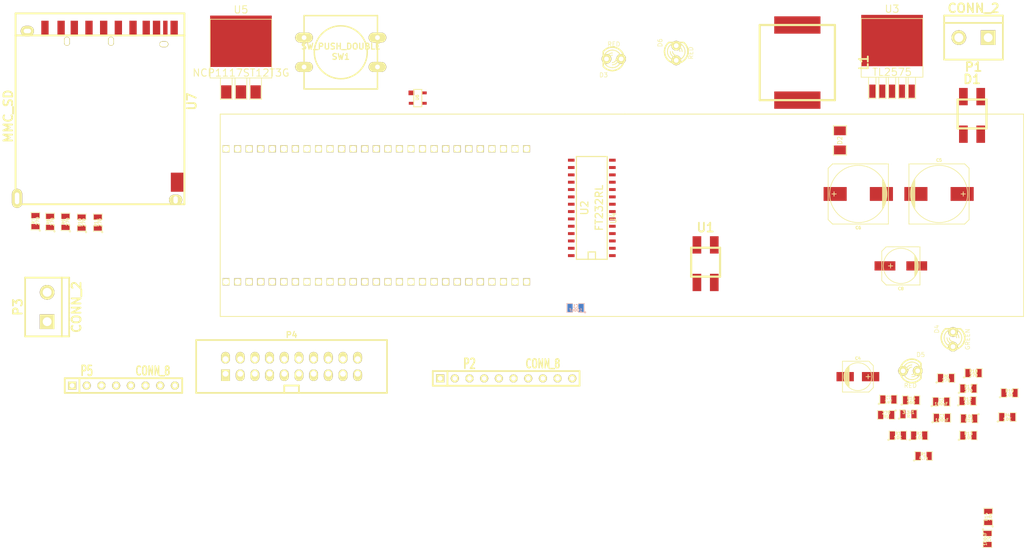
<source format=kicad_pcb>
(kicad_pcb (version 3) (host pcbnew "(2013-mar-13)-testing")

  (general
    (links 135)
    (no_connects 135)
    (area 0 0 0 0)
    (thickness 1.6)
    (drawings 0)
    (tracks 0)
    (zones 0)
    (modules 49)
    (nets 90)
  )

  (page A3)
  (layers
    (15 F.Cu signal)
    (0 B.Cu signal)
    (16 B.Adhes user)
    (17 F.Adhes user)
    (18 B.Paste user)
    (19 F.Paste user)
    (20 B.SilkS user)
    (21 F.SilkS user)
    (22 B.Mask user)
    (23 F.Mask user)
    (24 Dwgs.User user)
    (25 Cmts.User user)
    (26 Eco1.User user)
    (27 Eco2.User user)
    (28 Edge.Cuts user)
  )

  (setup
    (last_trace_width 0.254)
    (user_trace_width 0.5)
    (user_trace_width 0.7)
    (user_trace_width 1)
    (user_trace_width 2)
    (user_trace_width 3)
    (user_trace_width 4)
    (trace_clearance 0.254)
    (zone_clearance 0.508)
    (zone_45_only no)
    (trace_min 0.254)
    (segment_width 0.2)
    (edge_width 0.15)
    (via_size 0.889)
    (via_drill 0.635)
    (via_min_size 0.889)
    (via_min_drill 0.508)
    (user_via 2 1)
    (uvia_size 0.508)
    (uvia_drill 0.127)
    (uvias_allowed no)
    (uvia_min_size 0.508)
    (uvia_min_drill 0.127)
    (pcb_text_width 0.3)
    (pcb_text_size 1 1)
    (mod_edge_width 0.15)
    (mod_text_size 1 1)
    (mod_text_width 0.15)
    (pad_size 1.2 1.2)
    (pad_drill 1)
    (pad_to_mask_clearance 0)
    (aux_axis_origin 0 0)
    (visible_elements 7FFFFFFF)
    (pcbplotparams
      (layerselection 32769)
      (usegerberextensions true)
      (excludeedgelayer true)
      (linewidth 0.150000)
      (plotframeref false)
      (viasonmask false)
      (mode 1)
      (useauxorigin false)
      (hpglpennumber 1)
      (hpglpenspeed 20)
      (hpglpendiameter 15)
      (hpglpenoverlay 2)
      (psnegative false)
      (psa4output false)
      (plotreference true)
      (plotvalue true)
      (plotothertext true)
      (plotinvisibletext false)
      (padsonsilk false)
      (subtractmaskfromsilk false)
      (outputformat 1)
      (mirror false)
      (drillshape 0)
      (scaleselection 1)
      (outputdirectory ""))
  )

  (net 0 "")
  (net 1 +5V)
  (net 2 /3.3V)
  (net 3 /9VAC+)
  (net 4 /9VAC-)
  (net 5 /BTN_RESET)
  (net 6 /CARD_DETECT)
  (net 7 /CS1)
  (net 8 /CS2)
  (net 9 /Contactor_1)
  (net 10 /Contactor_2)
  (net 11 /Contactor_3)
  (net 12 /DB0)
  (net 13 /DB1)
  (net 14 /DB2)
  (net 15 /DB3)
  (net 16 /DB4)
  (net 17 /DB5)
  (net 18 /DB6)
  (net 19 /DB7)
  (net 20 /E)
  (net 21 /EMERGENCY_STOP)
  (net 22 /ENABLED_HV_SOURCE)
  (net 23 /ENABLED_SIRENA)
  (net 24 /Green_Light)
  (net 25 /HV_LED_INDICATOR)
  (net 26 /MISO)
  (net 27 /MOSI)
  (net 28 /R/W)
  (net 29 /RESET_MICRO)
  (net 30 /RESET_USB_UART)
  (net 31 /RS)
  (net 32 /RX_3)
  (net 33 /Red_Light)
  (net 34 /SCK)
  (net 35 /SENSOR_I)
  (net 36 /SENSOR_V_CAPACITORS)
  (net 37 /SENSOR_V_HV_SOURCE)
  (net 38 /SSEL)
  (net 39 /STATUS_LED)
  (net 40 /TX_3)
  (net 41 /USB+)
  (net 42 /USB-)
  (net 43 /USB_VCC)
  (net 44 /Yellow_Light)
  (net 45 /~RST)
  (net 46 GND)
  (net 47 N-000001)
  (net 48 N-0000014)
  (net 49 N-0000015)
  (net 50 N-0000017)
  (net 51 N-0000018)
  (net 52 N-000002)
  (net 53 N-0000021)
  (net 54 N-0000022)
  (net 55 N-0000023)
  (net 56 N-0000024)
  (net 57 N-0000025)
  (net 58 N-0000027)
  (net 59 N-0000028)
  (net 60 N-000003)
  (net 61 N-0000035)
  (net 62 N-0000036)
  (net 63 N-0000037)
  (net 64 N-0000038)
  (net 65 N-0000039)
  (net 66 N-000004)
  (net 67 N-0000040)
  (net 68 N-0000041)
  (net 69 N-0000042)
  (net 70 N-0000043)
  (net 71 N-0000044)
  (net 72 N-0000045)
  (net 73 N-0000046)
  (net 74 N-0000047)
  (net 75 N-0000048)
  (net 76 N-0000049)
  (net 77 N-000005)
  (net 78 N-0000050)
  (net 79 N-0000051)
  (net 80 N-0000052)
  (net 81 N-0000053)
  (net 82 N-0000054)
  (net 83 N-0000055)
  (net 84 N-0000057)
  (net 85 N-0000058)
  (net 86 N-000006)
  (net 87 N-0000060)
  (net 88 N-0000061)
  (net 89 N-0000062)

  (net_class Default "This is the default net class."
    (clearance 0.254)
    (trace_width 0.254)
    (via_dia 0.889)
    (via_drill 0.635)
    (uvia_dia 0.508)
    (uvia_drill 0.127)
    (add_net "")
    (add_net +5V)
    (add_net /3.3V)
    (add_net /9VAC+)
    (add_net /9VAC-)
    (add_net /BTN_RESET)
    (add_net /CARD_DETECT)
    (add_net /CS1)
    (add_net /CS2)
    (add_net /Contactor_1)
    (add_net /Contactor_2)
    (add_net /Contactor_3)
    (add_net /DB0)
    (add_net /DB1)
    (add_net /DB2)
    (add_net /DB3)
    (add_net /DB4)
    (add_net /DB5)
    (add_net /DB6)
    (add_net /DB7)
    (add_net /E)
    (add_net /EMERGENCY_STOP)
    (add_net /ENABLED_HV_SOURCE)
    (add_net /ENABLED_SIRENA)
    (add_net /Green_Light)
    (add_net /HV_LED_INDICATOR)
    (add_net /MISO)
    (add_net /MOSI)
    (add_net /R/W)
    (add_net /RESET_MICRO)
    (add_net /RESET_USB_UART)
    (add_net /RS)
    (add_net /RX_3)
    (add_net /Red_Light)
    (add_net /SCK)
    (add_net /SENSOR_I)
    (add_net /SENSOR_V_CAPACITORS)
    (add_net /SENSOR_V_HV_SOURCE)
    (add_net /SSEL)
    (add_net /STATUS_LED)
    (add_net /TX_3)
    (add_net /USB+)
    (add_net /USB-)
    (add_net /USB_VCC)
    (add_net /Yellow_Light)
    (add_net /~RST)
    (add_net GND)
    (add_net N-000001)
    (add_net N-0000014)
    (add_net N-0000015)
    (add_net N-0000017)
    (add_net N-0000018)
    (add_net N-000002)
    (add_net N-0000021)
    (add_net N-0000022)
    (add_net N-0000023)
    (add_net N-0000024)
    (add_net N-0000025)
    (add_net N-0000027)
    (add_net N-0000028)
    (add_net N-000003)
    (add_net N-0000035)
    (add_net N-0000036)
    (add_net N-0000037)
    (add_net N-0000038)
    (add_net N-0000039)
    (add_net N-000004)
    (add_net N-0000040)
    (add_net N-0000041)
    (add_net N-0000042)
    (add_net N-0000043)
    (add_net N-0000044)
    (add_net N-0000045)
    (add_net N-0000046)
    (add_net N-0000047)
    (add_net N-0000048)
    (add_net N-0000049)
    (add_net N-000005)
    (add_net N-0000050)
    (add_net N-0000051)
    (add_net N-0000052)
    (add_net N-0000053)
    (add_net N-0000054)
    (add_net N-0000055)
    (add_net N-0000057)
    (add_net N-0000058)
    (add_net N-000006)
    (add_net N-0000060)
    (add_net N-0000061)
    (add_net N-0000062)
  )

  (module SM0805 (layer F.Cu) (tedit 5091495C) (tstamp 518BE977)
    (at 166.798 81.797)
    (path /512E625E)
    (attr smd)
    (fp_text reference 3.3k1 (at 0 -0.3175) (layer F.SilkS)
      (effects (font (size 0.50038 0.50038) (thickness 0.10922)))
    )
    (fp_text value R (at 0 0.381) (layer F.SilkS)
      (effects (font (size 0.50038 0.50038) (thickness 0.10922)))
    )
    (fp_circle (center -1.651 0.762) (end -1.651 0.635) (layer F.SilkS) (width 0.09906))
    (fp_line (start -0.508 0.762) (end -1.524 0.762) (layer F.SilkS) (width 0.09906))
    (fp_line (start -1.524 0.762) (end -1.524 -0.762) (layer F.SilkS) (width 0.09906))
    (fp_line (start -1.524 -0.762) (end -0.508 -0.762) (layer F.SilkS) (width 0.09906))
    (fp_line (start 0.508 -0.762) (end 1.524 -0.762) (layer F.SilkS) (width 0.09906))
    (fp_line (start 1.524 -0.762) (end 1.524 0.762) (layer F.SilkS) (width 0.09906))
    (fp_line (start 1.524 0.762) (end 0.508 0.762) (layer F.SilkS) (width 0.09906))
    (pad 1 smd rect (at -0.9525 0) (size 0.889 1.397)
      (layers F.Cu F.Paste F.Mask)
      (net 2 /3.3V)
    )
    (pad 2 smd rect (at 0.9525 0) (size 0.889 1.397)
      (layers F.Cu F.Paste F.Mask)
      (net 21 /EMERGENCY_STOP)
    )
    (model smd/chip_cms.wrl
      (at (xyz 0 0 0))
      (scale (xyz 0.1 0.1 0.1))
      (rotate (xyz 0 0 0))
    )
  )

  (module SM0805 (layer F.Cu) (tedit 5091495C) (tstamp 518BE984)
    (at 172.466 79.629)
    (path /512CF5D6)
    (attr smd)
    (fp_text reference C2 (at 0 -0.3175) (layer F.SilkS)
      (effects (font (size 0.50038 0.50038) (thickness 0.10922)))
    )
    (fp_text value 100nF (at 0 0.381) (layer F.SilkS)
      (effects (font (size 0.50038 0.50038) (thickness 0.10922)))
    )
    (fp_circle (center -1.651 0.762) (end -1.651 0.635) (layer F.SilkS) (width 0.09906))
    (fp_line (start -0.508 0.762) (end -1.524 0.762) (layer F.SilkS) (width 0.09906))
    (fp_line (start -1.524 0.762) (end -1.524 -0.762) (layer F.SilkS) (width 0.09906))
    (fp_line (start -1.524 -0.762) (end -0.508 -0.762) (layer F.SilkS) (width 0.09906))
    (fp_line (start 0.508 -0.762) (end 1.524 -0.762) (layer F.SilkS) (width 0.09906))
    (fp_line (start 1.524 -0.762) (end 1.524 0.762) (layer F.SilkS) (width 0.09906))
    (fp_line (start 1.524 0.762) (end 0.508 0.762) (layer F.SilkS) (width 0.09906))
    (pad 1 smd rect (at -0.9525 0) (size 0.889 1.397)
      (layers F.Cu F.Paste F.Mask)
      (net 46 GND)
    )
    (pad 2 smd rect (at 0.9525 0) (size 0.889 1.397)
      (layers F.Cu F.Paste F.Mask)
      (net 1 +5V)
    )
    (model smd/chip_cms.wrl
      (at (xyz 0 0 0))
      (scale (xyz 0.1 0.1 0.1))
      (rotate (xyz 0 0 0))
    )
  )

  (module SM0805 (layer F.Cu) (tedit 5091495C) (tstamp 518BE991)
    (at 172.593 82.423)
    (path /512CF5D0)
    (attr smd)
    (fp_text reference C3 (at 0 -0.3175) (layer F.SilkS)
      (effects (font (size 0.50038 0.50038) (thickness 0.10922)))
    )
    (fp_text value 100nF (at 0 0.381) (layer F.SilkS)
      (effects (font (size 0.50038 0.50038) (thickness 0.10922)))
    )
    (fp_circle (center -1.651 0.762) (end -1.651 0.635) (layer F.SilkS) (width 0.09906))
    (fp_line (start -0.508 0.762) (end -1.524 0.762) (layer F.SilkS) (width 0.09906))
    (fp_line (start -1.524 0.762) (end -1.524 -0.762) (layer F.SilkS) (width 0.09906))
    (fp_line (start -1.524 -0.762) (end -0.508 -0.762) (layer F.SilkS) (width 0.09906))
    (fp_line (start 0.508 -0.762) (end 1.524 -0.762) (layer F.SilkS) (width 0.09906))
    (fp_line (start 1.524 -0.762) (end 1.524 0.762) (layer F.SilkS) (width 0.09906))
    (fp_line (start 1.524 0.762) (end 0.508 0.762) (layer F.SilkS) (width 0.09906))
    (pad 1 smd rect (at -0.9525 0) (size 0.889 1.397)
      (layers F.Cu F.Paste F.Mask)
      (net 66 N-000004)
    )
    (pad 2 smd rect (at 0.9525 0) (size 0.889 1.397)
      (layers F.Cu F.Paste F.Mask)
      (net 46 GND)
    )
    (model smd/chip_cms.wrl
      (at (xyz 0 0 0))
      (scale (xyz 0.1 0.1 0.1))
      (rotate (xyz 0 0 0))
    )
  )

  (module c_elec_5x4.5 (layer F.Cu) (tedit 49F5AF52) (tstamp 518BE9A7)
    (at 158.048 75.297)
    (descr "SMT capacitor, aluminium electrolytic, 5x4.5")
    (path /512CF5DE)
    (fp_text reference C4 (at 0 -3.175) (layer F.SilkS)
      (effects (font (size 0.50038 0.50038) (thickness 0.11938)))
    )
    (fp_text value 4.7uF (at 0 3.175) (layer F.SilkS) hide
      (effects (font (size 0.50038 0.50038) (thickness 0.11938)))
    )
    (fp_line (start -2.286 -0.635) (end -2.286 0.762) (layer F.SilkS) (width 0.127))
    (fp_line (start -2.159 -0.889) (end -2.159 0.889) (layer F.SilkS) (width 0.127))
    (fp_line (start -2.032 -1.27) (end -2.032 1.27) (layer F.SilkS) (width 0.127))
    (fp_line (start -1.905 1.397) (end -1.905 -1.397) (layer F.SilkS) (width 0.127))
    (fp_line (start -1.778 -1.524) (end -1.778 1.524) (layer F.SilkS) (width 0.127))
    (fp_line (start -1.651 1.651) (end -1.651 -1.651) (layer F.SilkS) (width 0.127))
    (fp_line (start -1.524 -1.778) (end -1.524 1.778) (layer F.SilkS) (width 0.127))
    (fp_circle (center 0 0) (end -2.413 0) (layer F.SilkS) (width 0.127))
    (fp_line (start -2.667 -2.667) (end 1.905 -2.667) (layer F.SilkS) (width 0.127))
    (fp_line (start 1.905 -2.667) (end 2.667 -1.905) (layer F.SilkS) (width 0.127))
    (fp_line (start 2.667 -1.905) (end 2.667 1.905) (layer F.SilkS) (width 0.127))
    (fp_line (start 2.667 1.905) (end 1.905 2.667) (layer F.SilkS) (width 0.127))
    (fp_line (start 1.905 2.667) (end -2.667 2.667) (layer F.SilkS) (width 0.127))
    (fp_line (start -2.667 2.667) (end -2.667 -2.667) (layer F.SilkS) (width 0.127))
    (fp_line (start 2.159 0) (end 1.397 0) (layer F.SilkS) (width 0.127))
    (fp_line (start 1.778 -0.381) (end 1.778 0.381) (layer F.SilkS) (width 0.127))
    (pad 1 smd rect (at 2.19964 0) (size 2.99974 1.6002)
      (layers F.Cu F.Paste F.Mask)
      (net 1 +5V)
    )
    (pad 2 smd rect (at -2.19964 0) (size 2.99974 1.6002)
      (layers F.Cu F.Paste F.Mask)
      (net 46 GND)
    )
    (model walter\smd_cap\c_elec_5x4_5.wrl
      (at (xyz 0 0 0))
      (scale (xyz 1 1 1))
      (rotate (xyz 0 0 0))
    )
  )

  (module c_elec_10x10.5 (layer F.Cu) (tedit 49F5D1F6) (tstamp 518BE9BC)
    (at 172.085 43.688)
    (descr "SMT capacitor, aluminium electrolytic, 10x10.5")
    (path /512BB689)
    (fp_text reference C5 (at 0 -5.842) (layer F.SilkS)
      (effects (font (size 0.50038 0.50038) (thickness 0.11938)))
    )
    (fp_text value 2200uf (at 0 5.842) (layer F.SilkS) hide
      (effects (font (size 0.50038 0.50038) (thickness 0.11938)))
    )
    (fp_line (start -4.826 1.016) (end -4.826 -1.016) (layer F.SilkS) (width 0.127))
    (fp_line (start -4.699 -1.397) (end -4.699 1.524) (layer F.SilkS) (width 0.127))
    (fp_line (start -4.572 1.778) (end -4.572 -1.778) (layer F.SilkS) (width 0.127))
    (fp_line (start -4.445 -2.159) (end -4.445 2.159) (layer F.SilkS) (width 0.127))
    (fp_line (start -4.318 2.413) (end -4.318 -2.413) (layer F.SilkS) (width 0.127))
    (fp_line (start -4.191 -2.54) (end -4.191 2.54) (layer F.SilkS) (width 0.127))
    (fp_circle (center 0 0) (end 4.953 0) (layer F.SilkS) (width 0.127))
    (fp_line (start -5.207 -5.207) (end -5.207 5.207) (layer F.SilkS) (width 0.127))
    (fp_line (start -5.207 5.207) (end 4.445 5.207) (layer F.SilkS) (width 0.127))
    (fp_line (start 4.445 5.207) (end 5.207 4.445) (layer F.SilkS) (width 0.127))
    (fp_line (start 5.207 4.445) (end 5.207 -4.445) (layer F.SilkS) (width 0.127))
    (fp_line (start 5.207 -4.445) (end 4.445 -5.207) (layer F.SilkS) (width 0.127))
    (fp_line (start 4.445 -5.207) (end -5.207 -5.207) (layer F.SilkS) (width 0.127))
    (fp_line (start 4.572 0) (end 3.81 0) (layer F.SilkS) (width 0.127))
    (fp_line (start 4.191 -0.381) (end 4.191 0.381) (layer F.SilkS) (width 0.127))
    (pad 1 smd rect (at 4.0005 0) (size 4.0005 2.4003)
      (layers F.Cu F.Paste F.Mask)
      (net 47 N-000001)
    )
    (pad 2 smd rect (at -4.0005 0) (size 4.0005 2.4003)
      (layers F.Cu F.Paste F.Mask)
      (net 46 GND)
    )
    (model walter\smd_cap\c_elec_10x10_5.wrl
      (at (xyz 0 0 0))
      (scale (xyz 1 1 1))
      (rotate (xyz 0 0 0))
    )
  )

  (module c_elec_10x7.7 (layer F.Cu) (tedit 49F5D21A) (tstamp 518BE9D1)
    (at 158.115 43.688 180)
    (descr "SMT capacitor, aluminium electrolytic, 10x7.7")
    (path /512BB6F2)
    (fp_text reference C6 (at 0 -5.842 180) (layer F.SilkS)
      (effects (font (size 0.50038 0.50038) (thickness 0.11938)))
    )
    (fp_text value 330uf (at 0 5.842 180) (layer F.SilkS) hide
      (effects (font (size 0.50038 0.50038) (thickness 0.11938)))
    )
    (fp_line (start -4.826 1.016) (end -4.826 -1.016) (layer F.SilkS) (width 0.127))
    (fp_line (start -4.699 -1.397) (end -4.699 1.524) (layer F.SilkS) (width 0.127))
    (fp_line (start -4.572 1.778) (end -4.572 -1.778) (layer F.SilkS) (width 0.127))
    (fp_line (start -4.445 -2.159) (end -4.445 2.159) (layer F.SilkS) (width 0.127))
    (fp_line (start -4.318 2.413) (end -4.318 -2.413) (layer F.SilkS) (width 0.127))
    (fp_line (start -4.191 -2.54) (end -4.191 2.54) (layer F.SilkS) (width 0.127))
    (fp_circle (center 0 0) (end 4.953 0) (layer F.SilkS) (width 0.127))
    (fp_line (start -5.207 -5.207) (end -5.207 5.207) (layer F.SilkS) (width 0.127))
    (fp_line (start -5.207 5.207) (end 4.445 5.207) (layer F.SilkS) (width 0.127))
    (fp_line (start 4.445 5.207) (end 5.207 4.445) (layer F.SilkS) (width 0.127))
    (fp_line (start 5.207 4.445) (end 5.207 -4.445) (layer F.SilkS) (width 0.127))
    (fp_line (start 5.207 -4.445) (end 4.445 -5.207) (layer F.SilkS) (width 0.127))
    (fp_line (start 4.445 -5.207) (end -5.207 -5.207) (layer F.SilkS) (width 0.127))
    (fp_line (start 4.572 0) (end 3.81 0) (layer F.SilkS) (width 0.127))
    (fp_line (start 4.191 -0.381) (end 4.191 0.381) (layer F.SilkS) (width 0.127))
    (pad 1 smd rect (at 4.0005 0 180) (size 4.0005 2.4003)
      (layers F.Cu F.Paste F.Mask)
      (net 1 +5V)
    )
    (pad 2 smd rect (at -4.0005 0 180) (size 4.0005 2.4003)
      (layers F.Cu F.Paste F.Mask)
      (net 46 GND)
    )
    (model walter\smd_cap\c_elec_10x7_7.wrl
      (at (xyz 0 0 0))
      (scale (xyz 1 1 1))
      (rotate (xyz 0 0 0))
    )
  )

  (module SM0805 (layer F.Cu) (tedit 5091495C) (tstamp 518BE9DE)
    (at 163.322 79.248)
    (path /512E6277)
    (attr smd)
    (fp_text reference C7 (at 0 -0.3175) (layer F.SilkS)
      (effects (font (size 0.50038 0.50038) (thickness 0.10922)))
    )
    (fp_text value 1uF (at 0 0.381) (layer F.SilkS)
      (effects (font (size 0.50038 0.50038) (thickness 0.10922)))
    )
    (fp_circle (center -1.651 0.762) (end -1.651 0.635) (layer F.SilkS) (width 0.09906))
    (fp_line (start -0.508 0.762) (end -1.524 0.762) (layer F.SilkS) (width 0.09906))
    (fp_line (start -1.524 0.762) (end -1.524 -0.762) (layer F.SilkS) (width 0.09906))
    (fp_line (start -1.524 -0.762) (end -0.508 -0.762) (layer F.SilkS) (width 0.09906))
    (fp_line (start 0.508 -0.762) (end 1.524 -0.762) (layer F.SilkS) (width 0.09906))
    (fp_line (start 1.524 -0.762) (end 1.524 0.762) (layer F.SilkS) (width 0.09906))
    (fp_line (start 1.524 0.762) (end 0.508 0.762) (layer F.SilkS) (width 0.09906))
    (pad 1 smd rect (at -0.9525 0) (size 0.889 1.397)
      (layers F.Cu F.Paste F.Mask)
      (net 21 /EMERGENCY_STOP)
    )
    (pad 2 smd rect (at 0.9525 0) (size 0.889 1.397)
      (layers F.Cu F.Paste F.Mask)
      (net 46 GND)
    )
    (model smd/chip_cms.wrl
      (at (xyz 0 0 0))
      (scale (xyz 0.1 0.1 0.1))
      (rotate (xyz 0 0 0))
    )
  )

  (module c_elec_6.3x4.5 (layer F.Cu) (tedit 49F5C062) (tstamp 518BE9F2)
    (at 165.481 56.134 180)
    (descr "SMT capacitor, aluminium electrolytic, 6.3x4.5")
    (path /51340403)
    (fp_text reference C8 (at 0 -3.937 180) (layer F.SilkS)
      (effects (font (size 0.50038 0.50038) (thickness 0.11938)))
    )
    (fp_text value 22uF (at 0 3.81 180) (layer F.SilkS) hide
      (effects (font (size 0.50038 0.50038) (thickness 0.11938)))
    )
    (fp_line (start -2.921 -0.762) (end -2.921 0.762) (layer F.SilkS) (width 0.127))
    (fp_line (start -2.794 1.143) (end -2.794 -1.143) (layer F.SilkS) (width 0.127))
    (fp_line (start -2.667 -1.397) (end -2.667 1.397) (layer F.SilkS) (width 0.127))
    (fp_line (start -2.54 1.651) (end -2.54 -1.651) (layer F.SilkS) (width 0.127))
    (fp_line (start -2.413 -1.778) (end -2.413 1.778) (layer F.SilkS) (width 0.127))
    (fp_circle (center 0 0) (end -3.048 0) (layer F.SilkS) (width 0.127))
    (fp_line (start -3.302 -3.302) (end -3.302 3.302) (layer F.SilkS) (width 0.127))
    (fp_line (start -3.302 3.302) (end 2.54 3.302) (layer F.SilkS) (width 0.127))
    (fp_line (start 2.54 3.302) (end 3.302 2.54) (layer F.SilkS) (width 0.127))
    (fp_line (start 3.302 2.54) (end 3.302 -2.54) (layer F.SilkS) (width 0.127))
    (fp_line (start 3.302 -2.54) (end 2.54 -3.302) (layer F.SilkS) (width 0.127))
    (fp_line (start 2.54 -3.302) (end -3.302 -3.302) (layer F.SilkS) (width 0.127))
    (fp_line (start 2.159 0) (end 1.397 0) (layer F.SilkS) (width 0.127))
    (fp_line (start 1.778 -0.381) (end 1.778 0.381) (layer F.SilkS) (width 0.127))
    (pad 1 smd rect (at 2.75082 0 180) (size 3.59918 1.6002)
      (layers F.Cu F.Paste F.Mask)
      (net 2 /3.3V)
    )
    (pad 2 smd rect (at -2.75082 0 180) (size 3.59918 1.6002)
      (layers F.Cu F.Paste F.Mask)
      (net 46 GND)
    )
    (model walter\smd_cap\c_elec_6_3x4_5.wrl
      (at (xyz 0 0 0))
      (scale (xyz 1 1 1))
      (rotate (xyz 0 0 0))
    )
  )

  (module SM0805 (layer F.Cu) (tedit 5091495C) (tstamp 518BE9FF)
    (at 180.467 103.378 270)
    (path /513400C9)
    (attr smd)
    (fp_text reference C9 (at 0 -0.3175 270) (layer F.SilkS)
      (effects (font (size 0.50038 0.50038) (thickness 0.10922)))
    )
    (fp_text value 100nF (at 0 0.381 270) (layer F.SilkS)
      (effects (font (size 0.50038 0.50038) (thickness 0.10922)))
    )
    (fp_circle (center -1.651 0.762) (end -1.651 0.635) (layer F.SilkS) (width 0.09906))
    (fp_line (start -0.508 0.762) (end -1.524 0.762) (layer F.SilkS) (width 0.09906))
    (fp_line (start -1.524 0.762) (end -1.524 -0.762) (layer F.SilkS) (width 0.09906))
    (fp_line (start -1.524 -0.762) (end -0.508 -0.762) (layer F.SilkS) (width 0.09906))
    (fp_line (start 0.508 -0.762) (end 1.524 -0.762) (layer F.SilkS) (width 0.09906))
    (fp_line (start 1.524 -0.762) (end 1.524 0.762) (layer F.SilkS) (width 0.09906))
    (fp_line (start 1.524 0.762) (end 0.508 0.762) (layer F.SilkS) (width 0.09906))
    (pad 1 smd rect (at -0.9525 0 270) (size 0.889 1.397)
      (layers F.Cu F.Paste F.Mask)
      (net 2 /3.3V)
    )
    (pad 2 smd rect (at 0.9525 0 270) (size 0.889 1.397)
      (layers F.Cu F.Paste F.Mask)
      (net 46 GND)
    )
    (model smd/chip_cms.wrl
      (at (xyz 0 0 0))
      (scale (xyz 0.1 0.1 0.1))
      (rotate (xyz 0 0 0))
    )
  )

  (module bridge_1A (layer F.Cu) (tedit 5155FF82) (tstamp 518BEA0B)
    (at 177.8 29.845)
    (path /512BB64A)
    (fp_text reference D1 (at 0 -6) (layer F.SilkS)
      (effects (font (thickness 0.3048)))
    )
    (fp_text value BRIDGE (at 0 7) (layer F.SilkS) hide
      (effects (font (thickness 0.3048)))
    )
    (fp_line (start 2.5 2.5) (end 2.5 -2.5) (layer F.SilkS) (width 0.381))
    (fp_line (start 2.5 -2.5) (end -2.5 -2.5) (layer F.SilkS) (width 0.381))
    (fp_line (start -2.5 -2.5) (end -2.5 2.5) (layer F.SilkS) (width 0.381))
    (fp_line (start -2.5 2.5) (end 2.5 2.5) (layer F.SilkS) (width 0.381))
    (pad 2 smd trapezoid (at 1.5 -3) (size 1.5 3)
      (layers F.Cu F.Paste F.Mask)
      (net 4 /9VAC-)
    )
    (pad 4 smd trapezoid (at -1.5 -3) (size 1.5 3)
      (layers F.Cu F.Paste F.Mask)
      (net 3 /9VAC+)
    )
    (pad 3 smd trapezoid (at -1.5 3.5) (size 1.5 3)
      (layers F.Cu F.Paste F.Mask)
      (net 47 N-000001)
    )
    (pad 1 smd trapezoid (at 1.5 3.5) (size 1.5 3)
      (layers F.Cu F.Paste F.Mask)
      (net 46 GND)
    )
  )

  (module SM1206 (layer F.Cu) (tedit 42806E24) (tstamp 518BEA17)
    (at 154.94 34.417 90)
    (path /512BB6DB)
    (attr smd)
    (fp_text reference D2 (at 0 0 90) (layer F.SilkS)
      (effects (font (size 0.762 0.762) (thickness 0.127)))
    )
    (fp_text value DIODESCH (at 0 0 90) (layer F.SilkS) hide
      (effects (font (size 0.762 0.762) (thickness 0.127)))
    )
    (fp_line (start -2.54 -1.143) (end -2.54 1.143) (layer F.SilkS) (width 0.127))
    (fp_line (start -2.54 1.143) (end -0.889 1.143) (layer F.SilkS) (width 0.127))
    (fp_line (start 0.889 -1.143) (end 2.54 -1.143) (layer F.SilkS) (width 0.127))
    (fp_line (start 2.54 -1.143) (end 2.54 1.143) (layer F.SilkS) (width 0.127))
    (fp_line (start 2.54 1.143) (end 0.889 1.143) (layer F.SilkS) (width 0.127))
    (fp_line (start -0.889 -1.143) (end -2.54 -1.143) (layer F.SilkS) (width 0.127))
    (pad 1 smd rect (at -1.651 0 90) (size 1.524 2.032)
      (layers F.Cu F.Paste F.Mask)
      (net 46 GND)
    )
    (pad 2 smd rect (at 1.651 0 90) (size 1.524 2.032)
      (layers F.Cu F.Paste F.Mask)
      (net 88 N-0000061)
    )
    (model smd/chip_cms.wrl
      (at (xyz 0 0 0))
      (scale (xyz 0.17 0.16 0.16))
      (rotate (xyz 0 0 0))
    )
  )

  (module LED-3MM (layer F.Cu) (tedit 50ADE848) (tstamp 518BEA30)
    (at 115.824 20.32 180)
    (descr "LED 3mm - Lead pitch 100mil (2,54mm)")
    (tags "LED led 3mm 3MM 100mil 2,54mm")
    (path /512CFDCE)
    (fp_text reference D3 (at 1.778 -2.794 180) (layer F.SilkS)
      (effects (font (size 0.762 0.762) (thickness 0.0889)))
    )
    (fp_text value RED (at 0 2.54 180) (layer F.SilkS)
      (effects (font (size 0.762 0.762) (thickness 0.0889)))
    )
    (fp_line (start 1.8288 1.27) (end 1.8288 -1.27) (layer F.SilkS) (width 0.254))
    (fp_arc (start 0.254 0) (end -1.27 0) (angle 39.8) (layer F.SilkS) (width 0.1524))
    (fp_arc (start 0.254 0) (end -0.88392 1.01092) (angle 41.6) (layer F.SilkS) (width 0.1524))
    (fp_arc (start 0.254 0) (end 1.4097 -0.9906) (angle 40.6) (layer F.SilkS) (width 0.1524))
    (fp_arc (start 0.254 0) (end 1.778 0) (angle 39.8) (layer F.SilkS) (width 0.1524))
    (fp_arc (start 0.254 0) (end 0.254 -1.524) (angle 54.4) (layer F.SilkS) (width 0.1524))
    (fp_arc (start 0.254 0) (end -0.9652 -0.9144) (angle 53.1) (layer F.SilkS) (width 0.1524))
    (fp_arc (start 0.254 0) (end 1.45542 0.93472) (angle 52.1) (layer F.SilkS) (width 0.1524))
    (fp_arc (start 0.254 0) (end 0.254 1.524) (angle 52.1) (layer F.SilkS) (width 0.1524))
    (fp_arc (start 0.254 0) (end -0.381 0) (angle 90) (layer F.SilkS) (width 0.1524))
    (fp_arc (start 0.254 0) (end -0.762 0) (angle 90) (layer F.SilkS) (width 0.1524))
    (fp_arc (start 0.254 0) (end 0.889 0) (angle 90) (layer F.SilkS) (width 0.1524))
    (fp_arc (start 0.254 0) (end 1.27 0) (angle 90) (layer F.SilkS) (width 0.1524))
    (fp_arc (start 0.254 0) (end 0.254 -2.032) (angle 50.1) (layer F.SilkS) (width 0.254))
    (fp_arc (start 0.254 0) (end -1.5367 -0.95504) (angle 61.9) (layer F.SilkS) (width 0.254))
    (fp_arc (start 0.254 0) (end 1.8034 1.31064) (angle 49.7) (layer F.SilkS) (width 0.254))
    (fp_arc (start 0.254 0) (end 0.254 2.032) (angle 60.2) (layer F.SilkS) (width 0.254))
    (fp_arc (start 0.254 0) (end -1.778 0) (angle 28.3) (layer F.SilkS) (width 0.254))
    (fp_arc (start 0.254 0) (end -1.47574 1.06426) (angle 31.6) (layer F.SilkS) (width 0.254))
    (pad 1 thru_hole circle (at -1.27 0 180) (size 1.6764 1.6764) (drill 0.8128)
      (layers *.Cu *.Mask F.SilkS)
      (net 86 N-000006)
    )
    (pad 2 thru_hole circle (at 1.27 0 180) (size 1.6764 1.6764) (drill 0.8128)
      (layers *.Cu *.Mask F.SilkS)
      (net 52 N-000002)
    )
    (model discret/leds/led3_vertical_verde.wrl
      (at (xyz 0 0 0))
      (scale (xyz 1 1 1))
      (rotate (xyz 0 0 0))
    )
  )

  (module LED-3MM (layer F.Cu) (tedit 50ADE848) (tstamp 518BEA49)
    (at 174.498 68.834 90)
    (descr "LED 3mm - Lead pitch 100mil (2,54mm)")
    (tags "LED led 3mm 3MM 100mil 2,54mm")
    (path /512CFDDB)
    (fp_text reference D4 (at 1.778 -2.794 90) (layer F.SilkS)
      (effects (font (size 0.762 0.762) (thickness 0.0889)))
    )
    (fp_text value GREEN (at 0 2.54 90) (layer F.SilkS)
      (effects (font (size 0.762 0.762) (thickness 0.0889)))
    )
    (fp_line (start 1.8288 1.27) (end 1.8288 -1.27) (layer F.SilkS) (width 0.254))
    (fp_arc (start 0.254 0) (end -1.27 0) (angle 39.8) (layer F.SilkS) (width 0.1524))
    (fp_arc (start 0.254 0) (end -0.88392 1.01092) (angle 41.6) (layer F.SilkS) (width 0.1524))
    (fp_arc (start 0.254 0) (end 1.4097 -0.9906) (angle 40.6) (layer F.SilkS) (width 0.1524))
    (fp_arc (start 0.254 0) (end 1.778 0) (angle 39.8) (layer F.SilkS) (width 0.1524))
    (fp_arc (start 0.254 0) (end 0.254 -1.524) (angle 54.4) (layer F.SilkS) (width 0.1524))
    (fp_arc (start 0.254 0) (end -0.9652 -0.9144) (angle 53.1) (layer F.SilkS) (width 0.1524))
    (fp_arc (start 0.254 0) (end 1.45542 0.93472) (angle 52.1) (layer F.SilkS) (width 0.1524))
    (fp_arc (start 0.254 0) (end 0.254 1.524) (angle 52.1) (layer F.SilkS) (width 0.1524))
    (fp_arc (start 0.254 0) (end -0.381 0) (angle 90) (layer F.SilkS) (width 0.1524))
    (fp_arc (start 0.254 0) (end -0.762 0) (angle 90) (layer F.SilkS) (width 0.1524))
    (fp_arc (start 0.254 0) (end 0.889 0) (angle 90) (layer F.SilkS) (width 0.1524))
    (fp_arc (start 0.254 0) (end 1.27 0) (angle 90) (layer F.SilkS) (width 0.1524))
    (fp_arc (start 0.254 0) (end 0.254 -2.032) (angle 50.1) (layer F.SilkS) (width 0.254))
    (fp_arc (start 0.254 0) (end -1.5367 -0.95504) (angle 61.9) (layer F.SilkS) (width 0.254))
    (fp_arc (start 0.254 0) (end 1.8034 1.31064) (angle 49.7) (layer F.SilkS) (width 0.254))
    (fp_arc (start 0.254 0) (end 0.254 2.032) (angle 60.2) (layer F.SilkS) (width 0.254))
    (fp_arc (start 0.254 0) (end -1.778 0) (angle 28.3) (layer F.SilkS) (width 0.254))
    (fp_arc (start 0.254 0) (end -1.47574 1.06426) (angle 31.6) (layer F.SilkS) (width 0.254))
    (pad 1 thru_hole circle (at -1.27 0 90) (size 1.6764 1.6764) (drill 0.8128)
      (layers *.Cu *.Mask F.SilkS)
      (net 77 N-000005)
    )
    (pad 2 thru_hole circle (at 1.27 0 90) (size 1.6764 1.6764) (drill 0.8128)
      (layers *.Cu *.Mask F.SilkS)
      (net 60 N-000003)
    )
    (model discret/leds/led3_vertical_verde.wrl
      (at (xyz 0 0 0))
      (scale (xyz 1 1 1))
      (rotate (xyz 0 0 0))
    )
  )

  (module LED-3MM (layer F.Cu) (tedit 50ADE848) (tstamp 518BEA62)
    (at 167.132 74.295)
    (descr "LED 3mm - Lead pitch 100mil (2,54mm)")
    (tags "LED led 3mm 3MM 100mil 2,54mm")
    (path /51350195)
    (fp_text reference D5 (at 1.778 -2.794) (layer F.SilkS)
      (effects (font (size 0.762 0.762) (thickness 0.0889)))
    )
    (fp_text value RED (at 0 2.54) (layer F.SilkS)
      (effects (font (size 0.762 0.762) (thickness 0.0889)))
    )
    (fp_line (start 1.8288 1.27) (end 1.8288 -1.27) (layer F.SilkS) (width 0.254))
    (fp_arc (start 0.254 0) (end -1.27 0) (angle 39.8) (layer F.SilkS) (width 0.1524))
    (fp_arc (start 0.254 0) (end -0.88392 1.01092) (angle 41.6) (layer F.SilkS) (width 0.1524))
    (fp_arc (start 0.254 0) (end 1.4097 -0.9906) (angle 40.6) (layer F.SilkS) (width 0.1524))
    (fp_arc (start 0.254 0) (end 1.778 0) (angle 39.8) (layer F.SilkS) (width 0.1524))
    (fp_arc (start 0.254 0) (end 0.254 -1.524) (angle 54.4) (layer F.SilkS) (width 0.1524))
    (fp_arc (start 0.254 0) (end -0.9652 -0.9144) (angle 53.1) (layer F.SilkS) (width 0.1524))
    (fp_arc (start 0.254 0) (end 1.45542 0.93472) (angle 52.1) (layer F.SilkS) (width 0.1524))
    (fp_arc (start 0.254 0) (end 0.254 1.524) (angle 52.1) (layer F.SilkS) (width 0.1524))
    (fp_arc (start 0.254 0) (end -0.381 0) (angle 90) (layer F.SilkS) (width 0.1524))
    (fp_arc (start 0.254 0) (end -0.762 0) (angle 90) (layer F.SilkS) (width 0.1524))
    (fp_arc (start 0.254 0) (end 0.889 0) (angle 90) (layer F.SilkS) (width 0.1524))
    (fp_arc (start 0.254 0) (end 1.27 0) (angle 90) (layer F.SilkS) (width 0.1524))
    (fp_arc (start 0.254 0) (end 0.254 -2.032) (angle 50.1) (layer F.SilkS) (width 0.254))
    (fp_arc (start 0.254 0) (end -1.5367 -0.95504) (angle 61.9) (layer F.SilkS) (width 0.254))
    (fp_arc (start 0.254 0) (end 1.8034 1.31064) (angle 49.7) (layer F.SilkS) (width 0.254))
    (fp_arc (start 0.254 0) (end 0.254 2.032) (angle 60.2) (layer F.SilkS) (width 0.254))
    (fp_arc (start 0.254 0) (end -1.778 0) (angle 28.3) (layer F.SilkS) (width 0.254))
    (fp_arc (start 0.254 0) (end -1.47574 1.06426) (angle 31.6) (layer F.SilkS) (width 0.254))
    (pad 1 thru_hole circle (at -1.27 0) (size 1.6764 1.6764) (drill 0.8128)
      (layers *.Cu *.Mask F.SilkS)
      (net 56 N-0000024)
    )
    (pad 2 thru_hole circle (at 1.27 0) (size 1.6764 1.6764) (drill 0.8128)
      (layers *.Cu *.Mask F.SilkS)
      (net 46 GND)
    )
    (model discret/leds/led3_vertical_verde.wrl
      (at (xyz 0 0 0))
      (scale (xyz 1 1 1))
      (rotate (xyz 0 0 0))
    )
  )

  (module LED-3MM (layer F.Cu) (tedit 50ADE848) (tstamp 518BEA7B)
    (at 126.619 19.304 90)
    (descr "LED 3mm - Lead pitch 100mil (2,54mm)")
    (tags "LED led 3mm 3MM 100mil 2,54mm")
    (path /51350526)
    (fp_text reference D6 (at 1.778 -2.794 90) (layer F.SilkS)
      (effects (font (size 0.762 0.762) (thickness 0.0889)))
    )
    (fp_text value RED (at 0 2.54 90) (layer F.SilkS)
      (effects (font (size 0.762 0.762) (thickness 0.0889)))
    )
    (fp_line (start 1.8288 1.27) (end 1.8288 -1.27) (layer F.SilkS) (width 0.254))
    (fp_arc (start 0.254 0) (end -1.27 0) (angle 39.8) (layer F.SilkS) (width 0.1524))
    (fp_arc (start 0.254 0) (end -0.88392 1.01092) (angle 41.6) (layer F.SilkS) (width 0.1524))
    (fp_arc (start 0.254 0) (end 1.4097 -0.9906) (angle 40.6) (layer F.SilkS) (width 0.1524))
    (fp_arc (start 0.254 0) (end 1.778 0) (angle 39.8) (layer F.SilkS) (width 0.1524))
    (fp_arc (start 0.254 0) (end 0.254 -1.524) (angle 54.4) (layer F.SilkS) (width 0.1524))
    (fp_arc (start 0.254 0) (end -0.9652 -0.9144) (angle 53.1) (layer F.SilkS) (width 0.1524))
    (fp_arc (start 0.254 0) (end 1.45542 0.93472) (angle 52.1) (layer F.SilkS) (width 0.1524))
    (fp_arc (start 0.254 0) (end 0.254 1.524) (angle 52.1) (layer F.SilkS) (width 0.1524))
    (fp_arc (start 0.254 0) (end -0.381 0) (angle 90) (layer F.SilkS) (width 0.1524))
    (fp_arc (start 0.254 0) (end -0.762 0) (angle 90) (layer F.SilkS) (width 0.1524))
    (fp_arc (start 0.254 0) (end 0.889 0) (angle 90) (layer F.SilkS) (width 0.1524))
    (fp_arc (start 0.254 0) (end 1.27 0) (angle 90) (layer F.SilkS) (width 0.1524))
    (fp_arc (start 0.254 0) (end 0.254 -2.032) (angle 50.1) (layer F.SilkS) (width 0.254))
    (fp_arc (start 0.254 0) (end -1.5367 -0.95504) (angle 61.9) (layer F.SilkS) (width 0.254))
    (fp_arc (start 0.254 0) (end 1.8034 1.31064) (angle 49.7) (layer F.SilkS) (width 0.254))
    (fp_arc (start 0.254 0) (end 0.254 2.032) (angle 60.2) (layer F.SilkS) (width 0.254))
    (fp_arc (start 0.254 0) (end -1.778 0) (angle 28.3) (layer F.SilkS) (width 0.254))
    (fp_arc (start 0.254 0) (end -1.47574 1.06426) (angle 31.6) (layer F.SilkS) (width 0.254))
    (pad 1 thru_hole circle (at -1.27 0 90) (size 1.6764 1.6764) (drill 0.8128)
      (layers *.Cu *.Mask F.SilkS)
      (net 57 N-0000025)
    )
    (pad 2 thru_hole circle (at 1.27 0 90) (size 1.6764 1.6764) (drill 0.8128)
      (layers *.Cu *.Mask F.SilkS)
      (net 46 GND)
    )
    (model discret/leds/led3_vertical_verde.wrl
      (at (xyz 0 0 0))
      (scale (xyz 1 1 1))
      (rotate (xyz 0 0 0))
    )
  )

  (module SMD_inductor (layer F.Cu) (tedit 5156149C) (tstamp 518BEA85)
    (at 147.574 20.955 270)
    (path /512BB6C2)
    (fp_text reference L1 (at 0 -11.5 270) (layer F.SilkS)
      (effects (font (thickness 0.3048)))
    )
    (fp_text value 330mH (at 0 8.5 270) (layer F.SilkS) hide
      (effects (font (thickness 0.3048)))
    )
    (fp_line (start -6.5 6.5) (end -6.5 -6.5) (layer F.SilkS) (width 0.381))
    (fp_line (start -6.5 -6.5) (end 6.5 -6.5) (layer F.SilkS) (width 0.381))
    (fp_line (start 6.5 -6.5) (end 6.5 6.5) (layer F.SilkS) (width 0.381))
    (fp_line (start 6.5 6.5) (end -6.5 6.5) (layer F.SilkS) (width 0.381))
    (pad 1 smd trapezoid (at -6.5 0 270) (size 3 8)
      (layers F.Cu F.Paste F.Mask)
      (net 88 N-0000061)
    )
    (pad 2 smd trapezoid (at 6.5 0 270) (size 3 8)
      (layers F.Cu F.Paste F.Mask)
      (net 1 +5V)
    )
  )

  (module bornier2 (layer F.Cu) (tedit 3EC0ED69) (tstamp 518BEA90)
    (at 178.054 16.637 180)
    (descr "Bornier d'alimentation 2 pins")
    (tags DEV)
    (path /512BB88B)
    (fp_text reference P1 (at 0 -5.08 180) (layer F.SilkS)
      (effects (font (thickness 0.3048)))
    )
    (fp_text value CONN_2 (at 0 5.08 180) (layer F.SilkS)
      (effects (font (thickness 0.3048)))
    )
    (fp_line (start 5.08 2.54) (end -5.08 2.54) (layer F.SilkS) (width 0.3048))
    (fp_line (start 5.08 3.81) (end 5.08 -3.81) (layer F.SilkS) (width 0.3048))
    (fp_line (start 5.08 -3.81) (end -5.08 -3.81) (layer F.SilkS) (width 0.3048))
    (fp_line (start -5.08 -3.81) (end -5.08 3.81) (layer F.SilkS) (width 0.3048))
    (fp_line (start -5.08 3.81) (end 5.08 3.81) (layer F.SilkS) (width 0.3048))
    (pad 1 thru_hole rect (at -2.54 0 180) (size 2.54 2.54) (drill 1.524)
      (layers *.Cu *.Mask F.SilkS)
      (net 4 /9VAC-)
    )
    (pad 2 thru_hole circle (at 2.54 0 180) (size 2.54 2.54) (drill 1.524)
      (layers *.Cu *.Mask F.SilkS)
      (net 3 /9VAC+)
    )
    (model device/bornier_2.wrl
      (at (xyz 0 0 0))
      (scale (xyz 1 1 1))
      (rotate (xyz 0 0 0))
    )
  )

  (module bornier2 (layer F.Cu) (tedit 3EC0ED69) (tstamp 518BEAB5)
    (at 17.78 63.246 90)
    (descr "Bornier d'alimentation 2 pins")
    (tags DEV)
    (path /512D623E)
    (fp_text reference P3 (at 0 -5.08 90) (layer F.SilkS)
      (effects (font (thickness 0.3048)))
    )
    (fp_text value CONN_2 (at 0 5.08 90) (layer F.SilkS)
      (effects (font (thickness 0.3048)))
    )
    (fp_line (start 5.08 2.54) (end -5.08 2.54) (layer F.SilkS) (width 0.3048))
    (fp_line (start 5.08 3.81) (end 5.08 -3.81) (layer F.SilkS) (width 0.3048))
    (fp_line (start 5.08 -3.81) (end -5.08 -3.81) (layer F.SilkS) (width 0.3048))
    (fp_line (start -5.08 -3.81) (end -5.08 3.81) (layer F.SilkS) (width 0.3048))
    (fp_line (start -5.08 3.81) (end 5.08 3.81) (layer F.SilkS) (width 0.3048))
    (pad 1 thru_hole rect (at -2.54 0 90) (size 2.54 2.54) (drill 1.524)
      (layers *.Cu *.Mask F.SilkS)
      (net 46 GND)
    )
    (pad 2 thru_hole circle (at 2.54 0 90) (size 2.54 2.54) (drill 1.524)
      (layers *.Cu *.Mask F.SilkS)
      (net 21 /EMERGENCY_STOP)
    )
    (model device/bornier_2.wrl
      (at (xyz 0 0 0))
      (scale (xyz 1 1 1))
      (rotate (xyz 0 0 0))
    )
  )

  (module vasch_strip_10x2 (layer F.Cu) (tedit 519950D2) (tstamp 518BEAD4)
    (at 60.071 73.533)
    (descr "Shrouded header, 10x2pin p2.54")
    (tags "CONN DEV")
    (path /513276A9)
    (fp_text reference P4 (at 0 -5.461) (layer F.SilkS)
      (effects (font (size 1.016 1.016) (thickness 0.2032)))
    )
    (fp_text value CONN_10X2 (at 0 5.461) (layer F.SilkS) hide
      (effects (font (size 1.016 0.889) (thickness 0.2032)))
    )
    (fp_line (start 16.51 4.572) (end -16.51 4.572) (layer F.SilkS) (width 0.3048))
    (fp_line (start -16.51 -4.572) (end 16.51 -4.572) (layer F.SilkS) (width 0.3048))
    (fp_line (start -16.51 -4.572) (end -16.51 4.572) (layer F.SilkS) (width 0.29972))
    (fp_line (start 16.51 -4.572) (end 16.51 4.572) (layer F.SilkS) (width 0.29972))
    (fp_line (start 1.27 4.572) (end 1.27 3.302) (layer F.SilkS) (width 0.29972))
    (fp_line (start 1.27 3.302) (end -1.27 3.302) (layer F.SilkS) (width 0.29972))
    (fp_line (start -1.27 3.302) (end -1.27 4.572) (layer F.SilkS) (width 0.29972))
    (pad 1 thru_hole rect (at -11.43 1.27) (size 1.524 1.99898) (drill 1.00076 (offset 0 0.24638))
      (layers *.Cu *.Mask F.SilkS)
      (net 1 +5V)
    )
    (pad 2 thru_hole oval (at -11.43 -1.27) (size 1.524 1.99898) (drill 1.00076 (offset 0 -0.24638))
      (layers *.Cu *.Mask F.SilkS)
      (net 12 /DB0)
    )
    (pad 3 thru_hole oval (at -8.89 1.27) (size 1.524 1.99898) (drill 1.00076 (offset 0 0.24638))
      (layers *.Cu *.Mask F.SilkS)
      (net 46 GND)
    )
    (pad 4 thru_hole oval (at -8.89 -1.27) (size 1.524 1.99898) (drill 1.00076 (offset 0 -0.24638))
      (layers *.Cu *.Mask F.SilkS)
      (net 13 /DB1)
    )
    (pad 5 thru_hole oval (at -6.35 1.27) (size 1.524 1.99898) (drill 1.00076 (offset 0 0.24638))
      (layers *.Cu *.Mask F.SilkS)
      (net 39 /STATUS_LED)
    )
    (pad 6 thru_hole oval (at -6.35 -1.27) (size 1.524 1.99898) (drill 1.00076 (offset 0 -0.24638))
      (layers *.Cu *.Mask F.SilkS)
      (net 14 /DB2)
    )
    (pad 7 thru_hole oval (at -3.81 1.27) (size 1.524 1.99898) (drill 1.00076 (offset 0 0.24638))
      (layers *.Cu *.Mask F.SilkS)
      (net 43 /USB_VCC)
    )
    (pad 8 thru_hole oval (at -3.81 -1.27) (size 1.524 1.99898) (drill 1.00076 (offset 0 -0.24638))
      (layers *.Cu *.Mask F.SilkS)
      (net 15 /DB3)
    )
    (pad 9 thru_hole oval (at -1.27 1.27) (size 1.524 1.99898) (drill 1.00076 (offset 0 0.24638))
      (layers *.Cu *.Mask F.SilkS)
      (net 41 /USB+)
    )
    (pad 10 thru_hole oval (at -1.27 -1.27) (size 1.524 1.99898) (drill 1.00076 (offset 0 -0.24638))
      (layers *.Cu *.Mask F.SilkS)
      (net 16 /DB4)
    )
    (pad 11 thru_hole oval (at 1.27 1.27) (size 1.524 1.99898) (drill 1.00076 (offset 0 0.24638))
      (layers *.Cu *.Mask F.SilkS)
      (net 42 /USB-)
    )
    (pad 12 thru_hole oval (at 1.27 -1.27) (size 1.524 1.99898) (drill 1.00076 (offset 0 -0.24638))
      (layers *.Cu *.Mask F.SilkS)
      (net 17 /DB5)
    )
    (pad 13 thru_hole oval (at 3.81 1.27) (size 1.524 1.99898) (drill 1.00076 (offset 0 0.24638))
      (layers *.Cu *.Mask F.SilkS)
      (net 45 /~RST)
    )
    (pad 14 thru_hole oval (at 3.81 -1.27) (size 1.524 1.99898) (drill 1.00076 (offset 0 -0.24638))
      (layers *.Cu *.Mask F.SilkS)
      (net 18 /DB6)
    )
    (pad 15 thru_hole oval (at 6.35 1.27) (size 1.524 1.99898) (drill 1.00076 (offset 0 0.24638))
      (layers *.Cu *.Mask F.SilkS)
      (net 20 /E)
    )
    (pad 16 thru_hole oval (at 6.35 -1.27) (size 1.524 1.99898) (drill 1.00076 (offset 0 -0.24638))
      (layers *.Cu *.Mask F.SilkS)
      (net 19 /DB7)
    )
    (pad 17 thru_hole oval (at 8.89 1.27) (size 1.524 1.99898) (drill 1.00076 (offset 0 0.24638))
      (layers *.Cu *.Mask F.SilkS)
      (net 28 /R/W)
    )
    (pad 18 thru_hole oval (at 8.89 -1.27) (size 1.524 1.99898) (drill 1.00076 (offset 0 -0.24638))
      (layers *.Cu *.Mask F.SilkS)
      (net 7 /CS1)
    )
    (pad 19 thru_hole oval (at 11.43 1.27) (size 1.524 1.99898) (drill 1.00076 (offset 0 0.24638))
      (layers *.Cu *.Mask F.SilkS)
      (net 31 /RS)
    )
    (pad 20 thru_hole oval (at 11.43 -1.27) (size 1.524 1.99898) (drill 1.00076 (offset 0 -0.24638))
      (layers *.Cu *.Mask F.SilkS)
      (net 8 /CS2)
    )
    (model walter/conn_strip/vasch_strip_10x2.wrl
      (at (xyz 0 0 0))
      (scale (xyz 1 1 1))
      (rotate (xyz 0 0 0))
    )
  )

  (module SIL-8 (layer F.Cu) (tedit 200000) (tstamp 518BEAE5)
    (at 30.988 76.835)
    (descr "Connecteur 8 pins")
    (tags "CONN DEV")
    (path /512D3BED)
    (fp_text reference P5 (at -6.35 -2.54) (layer F.SilkS)
      (effects (font (size 1.72974 1.08712) (thickness 0.3048)))
    )
    (fp_text value CONN_8 (at 5.08 -2.54) (layer F.SilkS)
      (effects (font (size 1.524 1.016) (thickness 0.3048)))
    )
    (fp_line (start -10.16 -1.27) (end 10.16 -1.27) (layer F.SilkS) (width 0.3048))
    (fp_line (start 10.16 -1.27) (end 10.16 1.27) (layer F.SilkS) (width 0.3048))
    (fp_line (start 10.16 1.27) (end -10.16 1.27) (layer F.SilkS) (width 0.3048))
    (fp_line (start -10.16 1.27) (end -10.16 -1.27) (layer F.SilkS) (width 0.3048))
    (fp_line (start -7.62 1.27) (end -7.62 -1.27) (layer F.SilkS) (width 0.3048))
    (pad 1 thru_hole rect (at -8.89 0) (size 1.397 1.397) (drill 0.8128)
      (layers *.Cu *.Mask F.SilkS)
      (net 46 GND)
    )
    (pad 2 thru_hole circle (at -6.35 0) (size 1.397 1.397) (drill 0.8128)
      (layers *.Cu *.Mask F.SilkS)
      (net 1 +5V)
    )
    (pad 3 thru_hole circle (at -3.81 0) (size 1.397 1.397) (drill 0.8128)
      (layers *.Cu *.Mask F.SilkS)
      (net 9 /Contactor_1)
    )
    (pad 4 thru_hole circle (at -1.27 0) (size 1.397 1.397) (drill 0.8128)
      (layers *.Cu *.Mask F.SilkS)
      (net 10 /Contactor_2)
    )
    (pad 5 thru_hole circle (at 1.27 0) (size 1.397 1.397) (drill 0.8128)
      (layers *.Cu *.Mask F.SilkS)
      (net 11 /Contactor_3)
    )
    (pad 6 thru_hole circle (at 3.81 0) (size 1.397 1.397) (drill 0.8128)
      (layers *.Cu *.Mask F.SilkS)
      (net 24 /Green_Light)
    )
    (pad 7 thru_hole circle (at 6.35 0) (size 1.397 1.397) (drill 0.8128)
      (layers *.Cu *.Mask F.SilkS)
      (net 44 /Yellow_Light)
    )
    (pad 8 thru_hole circle (at 8.89 0) (size 1.397 1.397) (drill 0.8128)
      (layers *.Cu *.Mask F.SilkS)
      (net 33 /Red_Light)
    )
  )

  (module SM0805 (layer F.Cu) (tedit 5091495C) (tstamp 518BEAF2)
    (at 169.418 89.027)
    (path /512CE666)
    (attr smd)
    (fp_text reference R1 (at 0 -0.3175) (layer F.SilkS)
      (effects (font (size 0.50038 0.50038) (thickness 0.10922)))
    )
    (fp_text value 4.7k (at 0 0.381) (layer F.SilkS)
      (effects (font (size 0.50038 0.50038) (thickness 0.10922)))
    )
    (fp_circle (center -1.651 0.762) (end -1.651 0.635) (layer F.SilkS) (width 0.09906))
    (fp_line (start -0.508 0.762) (end -1.524 0.762) (layer F.SilkS) (width 0.09906))
    (fp_line (start -1.524 0.762) (end -1.524 -0.762) (layer F.SilkS) (width 0.09906))
    (fp_line (start -1.524 -0.762) (end -0.508 -0.762) (layer F.SilkS) (width 0.09906))
    (fp_line (start 0.508 -0.762) (end 1.524 -0.762) (layer F.SilkS) (width 0.09906))
    (fp_line (start 1.524 -0.762) (end 1.524 0.762) (layer F.SilkS) (width 0.09906))
    (fp_line (start 1.524 0.762) (end 0.508 0.762) (layer F.SilkS) (width 0.09906))
    (pad 1 smd rect (at -0.9525 0) (size 0.889 1.397)
      (layers F.Cu F.Paste F.Mask)
      (net 43 /USB_VCC)
    )
    (pad 2 smd rect (at 0.9525 0) (size 0.889 1.397)
      (layers F.Cu F.Paste F.Mask)
      (net 30 /RESET_USB_UART)
    )
    (model smd/chip_cms.wrl
      (at (xyz 0 0 0))
      (scale (xyz 0.1 0.1 0.1))
      (rotate (xyz 0 0 0))
    )
  )

  (module SM0805 (layer F.Cu) (tedit 5091495C) (tstamp 518BEAFF)
    (at 168.656 85.471)
    (path /512CE6F2)
    (attr smd)
    (fp_text reference R2 (at 0 -0.3175) (layer F.SilkS)
      (effects (font (size 0.50038 0.50038) (thickness 0.10922)))
    )
    (fp_text value 10k (at 0 0.381) (layer F.SilkS)
      (effects (font (size 0.50038 0.50038) (thickness 0.10922)))
    )
    (fp_circle (center -1.651 0.762) (end -1.651 0.635) (layer F.SilkS) (width 0.09906))
    (fp_line (start -0.508 0.762) (end -1.524 0.762) (layer F.SilkS) (width 0.09906))
    (fp_line (start -1.524 0.762) (end -1.524 -0.762) (layer F.SilkS) (width 0.09906))
    (fp_line (start -1.524 -0.762) (end -0.508 -0.762) (layer F.SilkS) (width 0.09906))
    (fp_line (start 0.508 -0.762) (end 1.524 -0.762) (layer F.SilkS) (width 0.09906))
    (fp_line (start 1.524 -0.762) (end 1.524 0.762) (layer F.SilkS) (width 0.09906))
    (fp_line (start 1.524 0.762) (end 0.508 0.762) (layer F.SilkS) (width 0.09906))
    (pad 1 smd rect (at -0.9525 0) (size 0.889 1.397)
      (layers F.Cu F.Paste F.Mask)
      (net 30 /RESET_USB_UART)
    )
    (pad 2 smd rect (at 0.9525 0) (size 0.889 1.397)
      (layers F.Cu F.Paste F.Mask)
      (net 46 GND)
    )
    (model smd/chip_cms.wrl
      (at (xyz 0 0 0))
      (scale (xyz 0.1 0.1 0.1))
      (rotate (xyz 0 0 0))
    )
  )

  (module SM0805 (layer F.Cu) (tedit 5091495C) (tstamp 518BEB0C)
    (at 164.973 85.471)
    (path /512CC19B)
    (attr smd)
    (fp_text reference R3 (at 0 -0.3175) (layer F.SilkS)
      (effects (font (size 0.50038 0.50038) (thickness 0.10922)))
    )
    (fp_text value 10K (at 0 0.381) (layer F.SilkS)
      (effects (font (size 0.50038 0.50038) (thickness 0.10922)))
    )
    (fp_circle (center -1.651 0.762) (end -1.651 0.635) (layer F.SilkS) (width 0.09906))
    (fp_line (start -0.508 0.762) (end -1.524 0.762) (layer F.SilkS) (width 0.09906))
    (fp_line (start -1.524 0.762) (end -1.524 -0.762) (layer F.SilkS) (width 0.09906))
    (fp_line (start -1.524 -0.762) (end -0.508 -0.762) (layer F.SilkS) (width 0.09906))
    (fp_line (start 0.508 -0.762) (end 1.524 -0.762) (layer F.SilkS) (width 0.09906))
    (fp_line (start 1.524 -0.762) (end 1.524 0.762) (layer F.SilkS) (width 0.09906))
    (fp_line (start 1.524 0.762) (end 0.508 0.762) (layer F.SilkS) (width 0.09906))
    (pad 1 smd rect (at -0.9525 0) (size 0.889 1.397)
      (layers F.Cu F.Paste F.Mask)
      (net 2 /3.3V)
    )
    (pad 2 smd rect (at 0.9525 0) (size 0.889 1.397)
      (layers F.Cu F.Paste F.Mask)
      (net 32 /RX_3)
    )
    (model smd/chip_cms.wrl
      (at (xyz 0 0 0))
      (scale (xyz 0.1 0.1 0.1))
      (rotate (xyz 0 0 0))
    )
  )

  (module SM0805 (layer F.Cu) (tedit 5091495C) (tstamp 518BEB19)
    (at 183.896 82.296)
    (path /512CC1AD)
    (attr smd)
    (fp_text reference R4 (at 0 -0.3175) (layer F.SilkS)
      (effects (font (size 0.50038 0.50038) (thickness 0.10922)))
    )
    (fp_text value 10K (at 0 0.381) (layer F.SilkS)
      (effects (font (size 0.50038 0.50038) (thickness 0.10922)))
    )
    (fp_circle (center -1.651 0.762) (end -1.651 0.635) (layer F.SilkS) (width 0.09906))
    (fp_line (start -0.508 0.762) (end -1.524 0.762) (layer F.SilkS) (width 0.09906))
    (fp_line (start -1.524 0.762) (end -1.524 -0.762) (layer F.SilkS) (width 0.09906))
    (fp_line (start -1.524 -0.762) (end -0.508 -0.762) (layer F.SilkS) (width 0.09906))
    (fp_line (start 0.508 -0.762) (end 1.524 -0.762) (layer F.SilkS) (width 0.09906))
    (fp_line (start 1.524 -0.762) (end 1.524 0.762) (layer F.SilkS) (width 0.09906))
    (fp_line (start 1.524 0.762) (end 0.508 0.762) (layer F.SilkS) (width 0.09906))
    (pad 1 smd rect (at -0.9525 0) (size 0.889 1.397)
      (layers F.Cu F.Paste F.Mask)
      (net 2 /3.3V)
    )
    (pad 2 smd rect (at 0.9525 0) (size 0.889 1.397)
      (layers F.Cu F.Paste F.Mask)
      (net 85 N-0000058)
    )
    (model smd/chip_cms.wrl
      (at (xyz 0 0 0))
      (scale (xyz 0.1 0.1 0.1))
      (rotate (xyz 0 0 0))
    )
  )

  (module SM0805 (layer F.Cu) (tedit 5091495C) (tstamp 518BEB26)
    (at 162.941 81.915 180)
    (path /512CFC6F)
    (attr smd)
    (fp_text reference R5 (at 0 -0.3175 180) (layer F.SilkS)
      (effects (font (size 0.50038 0.50038) (thickness 0.10922)))
    )
    (fp_text value 270 (at 0 0.381 180) (layer F.SilkS)
      (effects (font (size 0.50038 0.50038) (thickness 0.10922)))
    )
    (fp_circle (center -1.651 0.762) (end -1.651 0.635) (layer F.SilkS) (width 0.09906))
    (fp_line (start -0.508 0.762) (end -1.524 0.762) (layer F.SilkS) (width 0.09906))
    (fp_line (start -1.524 0.762) (end -1.524 -0.762) (layer F.SilkS) (width 0.09906))
    (fp_line (start -1.524 -0.762) (end -0.508 -0.762) (layer F.SilkS) (width 0.09906))
    (fp_line (start 0.508 -0.762) (end 1.524 -0.762) (layer F.SilkS) (width 0.09906))
    (fp_line (start 1.524 -0.762) (end 1.524 0.762) (layer F.SilkS) (width 0.09906))
    (fp_line (start 1.524 0.762) (end 0.508 0.762) (layer F.SilkS) (width 0.09906))
    (pad 1 smd rect (at -0.9525 0 180) (size 0.889 1.397)
      (layers F.Cu F.Paste F.Mask)
      (net 1 +5V)
    )
    (pad 2 smd rect (at 0.9525 0 180) (size 0.889 1.397)
      (layers F.Cu F.Paste F.Mask)
      (net 86 N-000006)
    )
    (model smd/chip_cms.wrl
      (at (xyz 0 0 0))
      (scale (xyz 0.1 0.1 0.1))
      (rotate (xyz 0 0 0))
    )
  )

  (module SM0805 (layer F.Cu) (tedit 5091495C) (tstamp 518BEB33)
    (at 173.298 75.547)
    (path /512CFC64)
    (attr smd)
    (fp_text reference R6 (at 0 -0.3175) (layer F.SilkS)
      (effects (font (size 0.50038 0.50038) (thickness 0.10922)))
    )
    (fp_text value 270 (at 0 0.381) (layer F.SilkS)
      (effects (font (size 0.50038 0.50038) (thickness 0.10922)))
    )
    (fp_circle (center -1.651 0.762) (end -1.651 0.635) (layer F.SilkS) (width 0.09906))
    (fp_line (start -0.508 0.762) (end -1.524 0.762) (layer F.SilkS) (width 0.09906))
    (fp_line (start -1.524 0.762) (end -1.524 -0.762) (layer F.SilkS) (width 0.09906))
    (fp_line (start -1.524 -0.762) (end -0.508 -0.762) (layer F.SilkS) (width 0.09906))
    (fp_line (start 0.508 -0.762) (end 1.524 -0.762) (layer F.SilkS) (width 0.09906))
    (fp_line (start 1.524 -0.762) (end 1.524 0.762) (layer F.SilkS) (width 0.09906))
    (fp_line (start 1.524 0.762) (end 0.508 0.762) (layer F.SilkS) (width 0.09906))
    (pad 1 smd rect (at -0.9525 0) (size 0.889 1.397)
      (layers F.Cu F.Paste F.Mask)
      (net 1 +5V)
    )
    (pad 2 smd rect (at 0.9525 0) (size 0.889 1.397)
      (layers F.Cu F.Paste F.Mask)
      (net 77 N-000005)
    )
    (model smd/chip_cms.wrl
      (at (xyz 0 0 0))
      (scale (xyz 0.1 0.1 0.1))
      (rotate (xyz 0 0 0))
    )
  )

  (module SM0805 (layer F.Cu) (tedit 5091495C) (tstamp 518BEB40)
    (at 15.748 48.387 90)
    (path /51340750)
    (attr smd)
    (fp_text reference R7 (at 0 -0.3175 90) (layer F.SilkS)
      (effects (font (size 0.50038 0.50038) (thickness 0.10922)))
    )
    (fp_text value 270 (at 0 0.381 90) (layer F.SilkS)
      (effects (font (size 0.50038 0.50038) (thickness 0.10922)))
    )
    (fp_circle (center -1.651 0.762) (end -1.651 0.635) (layer F.SilkS) (width 0.09906))
    (fp_line (start -0.508 0.762) (end -1.524 0.762) (layer F.SilkS) (width 0.09906))
    (fp_line (start -1.524 0.762) (end -1.524 -0.762) (layer F.SilkS) (width 0.09906))
    (fp_line (start -1.524 -0.762) (end -0.508 -0.762) (layer F.SilkS) (width 0.09906))
    (fp_line (start 0.508 -0.762) (end 1.524 -0.762) (layer F.SilkS) (width 0.09906))
    (fp_line (start 1.524 -0.762) (end 1.524 0.762) (layer F.SilkS) (width 0.09906))
    (fp_line (start 1.524 0.762) (end 0.508 0.762) (layer F.SilkS) (width 0.09906))
    (pad 1 smd rect (at -0.9525 0 90) (size 0.889 1.397)
      (layers F.Cu F.Paste F.Mask)
      (net 38 /SSEL)
    )
    (pad 2 smd rect (at 0.9525 0 90) (size 0.889 1.397)
      (layers F.Cu F.Paste F.Mask)
      (net 63 N-0000037)
    )
    (model smd/chip_cms.wrl
      (at (xyz 0 0 0))
      (scale (xyz 0.1 0.1 0.1))
      (rotate (xyz 0 0 0))
    )
  )

  (module SM0805 (layer F.Cu) (tedit 5091495C) (tstamp 518BEB4D)
    (at 18.288 48.514 90)
    (path /51340765)
    (attr smd)
    (fp_text reference R8 (at 0 -0.3175 90) (layer F.SilkS)
      (effects (font (size 0.50038 0.50038) (thickness 0.10922)))
    )
    (fp_text value 270 (at 0 0.381 90) (layer F.SilkS)
      (effects (font (size 0.50038 0.50038) (thickness 0.10922)))
    )
    (fp_circle (center -1.651 0.762) (end -1.651 0.635) (layer F.SilkS) (width 0.09906))
    (fp_line (start -0.508 0.762) (end -1.524 0.762) (layer F.SilkS) (width 0.09906))
    (fp_line (start -1.524 0.762) (end -1.524 -0.762) (layer F.SilkS) (width 0.09906))
    (fp_line (start -1.524 -0.762) (end -0.508 -0.762) (layer F.SilkS) (width 0.09906))
    (fp_line (start 0.508 -0.762) (end 1.524 -0.762) (layer F.SilkS) (width 0.09906))
    (fp_line (start 1.524 -0.762) (end 1.524 0.762) (layer F.SilkS) (width 0.09906))
    (fp_line (start 1.524 0.762) (end 0.508 0.762) (layer F.SilkS) (width 0.09906))
    (pad 1 smd rect (at -0.9525 0 90) (size 0.889 1.397)
      (layers F.Cu F.Paste F.Mask)
      (net 27 /MOSI)
    )
    (pad 2 smd rect (at 0.9525 0 90) (size 0.889 1.397)
      (layers F.Cu F.Paste F.Mask)
      (net 61 N-0000035)
    )
    (model smd/chip_cms.wrl
      (at (xyz 0 0 0))
      (scale (xyz 0.1 0.1 0.1))
      (rotate (xyz 0 0 0))
    )
  )

  (module SM0805 (layer F.Cu) (tedit 5091495C) (tstamp 518BEB5A)
    (at 20.955 48.514 90)
    (path /5134076B)
    (attr smd)
    (fp_text reference R9 (at 0 -0.3175 90) (layer F.SilkS)
      (effects (font (size 0.50038 0.50038) (thickness 0.10922)))
    )
    (fp_text value 270 (at 0 0.381 90) (layer F.SilkS)
      (effects (font (size 0.50038 0.50038) (thickness 0.10922)))
    )
    (fp_circle (center -1.651 0.762) (end -1.651 0.635) (layer F.SilkS) (width 0.09906))
    (fp_line (start -0.508 0.762) (end -1.524 0.762) (layer F.SilkS) (width 0.09906))
    (fp_line (start -1.524 0.762) (end -1.524 -0.762) (layer F.SilkS) (width 0.09906))
    (fp_line (start -1.524 -0.762) (end -0.508 -0.762) (layer F.SilkS) (width 0.09906))
    (fp_line (start 0.508 -0.762) (end 1.524 -0.762) (layer F.SilkS) (width 0.09906))
    (fp_line (start 1.524 -0.762) (end 1.524 0.762) (layer F.SilkS) (width 0.09906))
    (fp_line (start 1.524 0.762) (end 0.508 0.762) (layer F.SilkS) (width 0.09906))
    (pad 1 smd rect (at -0.9525 0 90) (size 0.889 1.397)
      (layers F.Cu F.Paste F.Mask)
      (net 34 /SCK)
    )
    (pad 2 smd rect (at 0.9525 0 90) (size 0.889 1.397)
      (layers F.Cu F.Paste F.Mask)
      (net 53 N-0000021)
    )
    (model smd/chip_cms.wrl
      (at (xyz 0 0 0))
      (scale (xyz 0.1 0.1 0.1))
      (rotate (xyz 0 0 0))
    )
  )

  (module SM0805 (layer F.Cu) (tedit 5091495C) (tstamp 518BEB67)
    (at 23.749 48.641 90)
    (path /51340771)
    (attr smd)
    (fp_text reference R10 (at 0 -0.3175 90) (layer F.SilkS)
      (effects (font (size 0.50038 0.50038) (thickness 0.10922)))
    )
    (fp_text value 270 (at 0 0.381 90) (layer F.SilkS)
      (effects (font (size 0.50038 0.50038) (thickness 0.10922)))
    )
    (fp_circle (center -1.651 0.762) (end -1.651 0.635) (layer F.SilkS) (width 0.09906))
    (fp_line (start -0.508 0.762) (end -1.524 0.762) (layer F.SilkS) (width 0.09906))
    (fp_line (start -1.524 0.762) (end -1.524 -0.762) (layer F.SilkS) (width 0.09906))
    (fp_line (start -1.524 -0.762) (end -0.508 -0.762) (layer F.SilkS) (width 0.09906))
    (fp_line (start 0.508 -0.762) (end 1.524 -0.762) (layer F.SilkS) (width 0.09906))
    (fp_line (start 1.524 -0.762) (end 1.524 0.762) (layer F.SilkS) (width 0.09906))
    (fp_line (start 1.524 0.762) (end 0.508 0.762) (layer F.SilkS) (width 0.09906))
    (pad 1 smd rect (at -0.9525 0 90) (size 0.889 1.397)
      (layers F.Cu F.Paste F.Mask)
      (net 26 /MISO)
    )
    (pad 2 smd rect (at 0.9525 0 90) (size 0.889 1.397)
      (layers F.Cu F.Paste F.Mask)
      (net 62 N-0000036)
    )
    (model smd/chip_cms.wrl
      (at (xyz 0 0 0))
      (scale (xyz 0.1 0.1 0.1))
      (rotate (xyz 0 0 0))
    )
  )

  (module SM0805 (layer F.Cu) (tedit 5091495C) (tstamp 518BEB74)
    (at 26.543 48.641 90)
    (path /51340777)
    (attr smd)
    (fp_text reference R11 (at 0 -0.3175 90) (layer F.SilkS)
      (effects (font (size 0.50038 0.50038) (thickness 0.10922)))
    )
    (fp_text value 270 (at 0 0.381 90) (layer F.SilkS)
      (effects (font (size 0.50038 0.50038) (thickness 0.10922)))
    )
    (fp_circle (center -1.651 0.762) (end -1.651 0.635) (layer F.SilkS) (width 0.09906))
    (fp_line (start -0.508 0.762) (end -1.524 0.762) (layer F.SilkS) (width 0.09906))
    (fp_line (start -1.524 0.762) (end -1.524 -0.762) (layer F.SilkS) (width 0.09906))
    (fp_line (start -1.524 -0.762) (end -0.508 -0.762) (layer F.SilkS) (width 0.09906))
    (fp_line (start 0.508 -0.762) (end 1.524 -0.762) (layer F.SilkS) (width 0.09906))
    (fp_line (start 1.524 -0.762) (end 1.524 0.762) (layer F.SilkS) (width 0.09906))
    (fp_line (start 1.524 0.762) (end 0.508 0.762) (layer F.SilkS) (width 0.09906))
    (pad 1 smd rect (at -0.9525 0 90) (size 0.889 1.397)
      (layers F.Cu F.Paste F.Mask)
      (net 6 /CARD_DETECT)
    )
    (pad 2 smd rect (at 0.9525 0 90) (size 0.889 1.397)
      (layers F.Cu F.Paste F.Mask)
      (net 54 N-0000022)
    )
    (model smd/chip_cms.wrl
      (at (xyz 0 0 0))
      (scale (xyz 0.1 0.1 0.1))
      (rotate (xyz 0 0 0))
    )
  )

  (module SM0805 (layer F.Cu) (tedit 5091495C) (tstamp 518BEB81)
    (at 177.038 79.502)
    (path /5134008A)
    (attr smd)
    (fp_text reference R12 (at 0 -0.3175) (layer F.SilkS)
      (effects (font (size 0.50038 0.50038) (thickness 0.10922)))
    )
    (fp_text value 10k (at 0 0.381) (layer F.SilkS)
      (effects (font (size 0.50038 0.50038) (thickness 0.10922)))
    )
    (fp_circle (center -1.651 0.762) (end -1.651 0.635) (layer F.SilkS) (width 0.09906))
    (fp_line (start -0.508 0.762) (end -1.524 0.762) (layer F.SilkS) (width 0.09906))
    (fp_line (start -1.524 0.762) (end -1.524 -0.762) (layer F.SilkS) (width 0.09906))
    (fp_line (start -1.524 -0.762) (end -0.508 -0.762) (layer F.SilkS) (width 0.09906))
    (fp_line (start 0.508 -0.762) (end 1.524 -0.762) (layer F.SilkS) (width 0.09906))
    (fp_line (start 1.524 -0.762) (end 1.524 0.762) (layer F.SilkS) (width 0.09906))
    (fp_line (start 1.524 0.762) (end 0.508 0.762) (layer F.SilkS) (width 0.09906))
    (pad 1 smd rect (at -0.9525 0) (size 0.889 1.397)
      (layers F.Cu F.Paste F.Mask)
      (net 2 /3.3V)
    )
    (pad 2 smd rect (at 0.9525 0) (size 0.889 1.397)
      (layers F.Cu F.Paste F.Mask)
      (net 54 N-0000022)
    )
    (model smd/chip_cms.wrl
      (at (xyz 0 0 0))
      (scale (xyz 0.1 0.1 0.1))
      (rotate (xyz 0 0 0))
    )
  )

  (module SM0805 (layer F.Cu) (tedit 5091495C) (tstamp 518BEB8E)
    (at 177.165 85.471)
    (path /513400A1)
    (attr smd)
    (fp_text reference R13 (at 0 -0.3175) (layer F.SilkS)
      (effects (font (size 0.50038 0.50038) (thickness 0.10922)))
    )
    (fp_text value 10k (at 0 0.381) (layer F.SilkS)
      (effects (font (size 0.50038 0.50038) (thickness 0.10922)))
    )
    (fp_circle (center -1.651 0.762) (end -1.651 0.635) (layer F.SilkS) (width 0.09906))
    (fp_line (start -0.508 0.762) (end -1.524 0.762) (layer F.SilkS) (width 0.09906))
    (fp_line (start -1.524 0.762) (end -1.524 -0.762) (layer F.SilkS) (width 0.09906))
    (fp_line (start -1.524 -0.762) (end -0.508 -0.762) (layer F.SilkS) (width 0.09906))
    (fp_line (start 0.508 -0.762) (end 1.524 -0.762) (layer F.SilkS) (width 0.09906))
    (fp_line (start 1.524 -0.762) (end 1.524 0.762) (layer F.SilkS) (width 0.09906))
    (fp_line (start 1.524 0.762) (end 0.508 0.762) (layer F.SilkS) (width 0.09906))
    (pad 1 smd rect (at -0.9525 0) (size 0.889 1.397)
      (layers F.Cu F.Paste F.Mask)
      (net 2 /3.3V)
    )
    (pad 2 smd rect (at 0.9525 0) (size 0.889 1.397)
      (layers F.Cu F.Paste F.Mask)
      (net 53 N-0000021)
    )
    (model smd/chip_cms.wrl
      (at (xyz 0 0 0))
      (scale (xyz 0.1 0.1 0.1))
      (rotate (xyz 0 0 0))
    )
  )

  (module SM0805 (layer F.Cu) (tedit 5091495C) (tstamp 518BEB9B)
    (at 180.594 99.568 90)
    (path /513400A7)
    (attr smd)
    (fp_text reference R14 (at 0 -0.3175 90) (layer F.SilkS)
      (effects (font (size 0.50038 0.50038) (thickness 0.10922)))
    )
    (fp_text value 10k (at 0 0.381 90) (layer F.SilkS)
      (effects (font (size 0.50038 0.50038) (thickness 0.10922)))
    )
    (fp_circle (center -1.651 0.762) (end -1.651 0.635) (layer F.SilkS) (width 0.09906))
    (fp_line (start -0.508 0.762) (end -1.524 0.762) (layer F.SilkS) (width 0.09906))
    (fp_line (start -1.524 0.762) (end -1.524 -0.762) (layer F.SilkS) (width 0.09906))
    (fp_line (start -1.524 -0.762) (end -0.508 -0.762) (layer F.SilkS) (width 0.09906))
    (fp_line (start 0.508 -0.762) (end 1.524 -0.762) (layer F.SilkS) (width 0.09906))
    (fp_line (start 1.524 -0.762) (end 1.524 0.762) (layer F.SilkS) (width 0.09906))
    (fp_line (start 1.524 0.762) (end 0.508 0.762) (layer F.SilkS) (width 0.09906))
    (pad 1 smd rect (at -0.9525 0 90) (size 0.889 1.397)
      (layers F.Cu F.Paste F.Mask)
      (net 2 /3.3V)
    )
    (pad 2 smd rect (at 0.9525 0 90) (size 0.889 1.397)
      (layers F.Cu F.Paste F.Mask)
      (net 61 N-0000035)
    )
    (model smd/chip_cms.wrl
      (at (xyz 0 0 0))
      (scale (xyz 0.1 0.1 0.1))
      (rotate (xyz 0 0 0))
    )
  )

  (module SM0805 (layer F.Cu) (tedit 5091495C) (tstamp 518BEBA8)
    (at 177.292 82.55 180)
    (path /513400AD)
    (attr smd)
    (fp_text reference R15 (at 0 -0.3175 180) (layer F.SilkS)
      (effects (font (size 0.50038 0.50038) (thickness 0.10922)))
    )
    (fp_text value 10k (at 0 0.381 180) (layer F.SilkS)
      (effects (font (size 0.50038 0.50038) (thickness 0.10922)))
    )
    (fp_circle (center -1.651 0.762) (end -1.651 0.635) (layer F.SilkS) (width 0.09906))
    (fp_line (start -0.508 0.762) (end -1.524 0.762) (layer F.SilkS) (width 0.09906))
    (fp_line (start -1.524 0.762) (end -1.524 -0.762) (layer F.SilkS) (width 0.09906))
    (fp_line (start -1.524 -0.762) (end -0.508 -0.762) (layer F.SilkS) (width 0.09906))
    (fp_line (start 0.508 -0.762) (end 1.524 -0.762) (layer F.SilkS) (width 0.09906))
    (fp_line (start 1.524 -0.762) (end 1.524 0.762) (layer F.SilkS) (width 0.09906))
    (fp_line (start 1.524 0.762) (end 0.508 0.762) (layer F.SilkS) (width 0.09906))
    (pad 1 smd rect (at -0.9525 0 180) (size 0.889 1.397)
      (layers F.Cu F.Paste F.Mask)
      (net 2 /3.3V)
    )
    (pad 2 smd rect (at 0.9525 0 180) (size 0.889 1.397)
      (layers F.Cu F.Paste F.Mask)
      (net 63 N-0000037)
    )
    (model smd/chip_cms.wrl
      (at (xyz 0 0 0))
      (scale (xyz 0.1 0.1 0.1))
      (rotate (xyz 0 0 0))
    )
  )

  (module SM0805 (layer F.Cu) (tedit 5193BB00) (tstamp 518BEBB5)
    (at 167.259 79.375)
    (path /5134FFD2)
    (attr smd)
    (fp_text reference R16 (at 0 -0.3175) (layer F.SilkS)
      (effects (font (size 0.50038 0.50038) (thickness 0.10922)))
    )
    (fp_text value 560 (at -0.024 0.386) (layer F.SilkS)
      (effects (font (size 0.50038 0.50038) (thickness 0.10922)))
    )
    (fp_circle (center -1.651 0.762) (end -1.651 0.635) (layer F.SilkS) (width 0.09906))
    (fp_line (start -0.508 0.762) (end -1.524 0.762) (layer F.SilkS) (width 0.09906))
    (fp_line (start -1.524 0.762) (end -1.524 -0.762) (layer F.SilkS) (width 0.09906))
    (fp_line (start -1.524 -0.762) (end -0.508 -0.762) (layer F.SilkS) (width 0.09906))
    (fp_line (start 0.508 -0.762) (end 1.524 -0.762) (layer F.SilkS) (width 0.09906))
    (fp_line (start 1.524 -0.762) (end 1.524 0.762) (layer F.SilkS) (width 0.09906))
    (fp_line (start 1.524 0.762) (end 0.508 0.762) (layer F.SilkS) (width 0.09906))
    (pad 1 smd rect (at -0.9525 0) (size 0.889 1.397)
      (layers F.Cu F.Paste F.Mask)
      (net 56 N-0000024)
    )
    (pad 2 smd rect (at 0.9525 0) (size 0.889 1.397)
      (layers F.Cu F.Paste F.Mask)
      (net 1 +5V)
    )
    (model smd/chip_cms.wrl
      (at (xyz 0 0 0))
      (scale (xyz 0.1 0.1 0.1))
      (rotate (xyz 0 0 0))
    )
  )

  (module SM0805 (layer F.Cu) (tedit 5091495C) (tstamp 518BEBC2)
    (at 177.165 77.343)
    (path /51350520)
    (attr smd)
    (fp_text reference R17 (at 0 -0.3175) (layer F.SilkS)
      (effects (font (size 0.50038 0.50038) (thickness 0.10922)))
    )
    (fp_text value 270 (at 0 0.381) (layer F.SilkS)
      (effects (font (size 0.50038 0.50038) (thickness 0.10922)))
    )
    (fp_circle (center -1.651 0.762) (end -1.651 0.635) (layer F.SilkS) (width 0.09906))
    (fp_line (start -0.508 0.762) (end -1.524 0.762) (layer F.SilkS) (width 0.09906))
    (fp_line (start -1.524 0.762) (end -1.524 -0.762) (layer F.SilkS) (width 0.09906))
    (fp_line (start -1.524 -0.762) (end -0.508 -0.762) (layer F.SilkS) (width 0.09906))
    (fp_line (start 0.508 -0.762) (end 1.524 -0.762) (layer F.SilkS) (width 0.09906))
    (fp_line (start 1.524 -0.762) (end 1.524 0.762) (layer F.SilkS) (width 0.09906))
    (fp_line (start 1.524 0.762) (end 0.508 0.762) (layer F.SilkS) (width 0.09906))
    (pad 1 smd rect (at -0.9525 0) (size 0.889 1.397)
      (layers F.Cu F.Paste F.Mask)
      (net 57 N-0000025)
    )
    (pad 2 smd rect (at 0.9525 0) (size 0.889 1.397)
      (layers F.Cu F.Paste F.Mask)
      (net 2 /3.3V)
    )
    (model smd/chip_cms.wrl
      (at (xyz 0 0 0))
      (scale (xyz 0.1 0.1 0.1))
      (rotate (xyz 0 0 0))
    )
  )

  (module SM0805 (layer F.Cu) (tedit 5091495C) (tstamp 518BEBCF)
    (at 178.054 74.676)
    (path /5134E5D4)
    (attr smd)
    (fp_text reference R18 (at 0 -0.3175) (layer F.SilkS)
      (effects (font (size 0.50038 0.50038) (thickness 0.10922)))
    )
    (fp_text value 270 (at 0 0.381) (layer F.SilkS)
      (effects (font (size 0.50038 0.50038) (thickness 0.10922)))
    )
    (fp_circle (center -1.651 0.762) (end -1.651 0.635) (layer F.SilkS) (width 0.09906))
    (fp_line (start -0.508 0.762) (end -1.524 0.762) (layer F.SilkS) (width 0.09906))
    (fp_line (start -1.524 0.762) (end -1.524 -0.762) (layer F.SilkS) (width 0.09906))
    (fp_line (start -1.524 -0.762) (end -0.508 -0.762) (layer F.SilkS) (width 0.09906))
    (fp_line (start 0.508 -0.762) (end 1.524 -0.762) (layer F.SilkS) (width 0.09906))
    (fp_line (start 1.524 -0.762) (end 1.524 0.762) (layer F.SilkS) (width 0.09906))
    (fp_line (start 1.524 0.762) (end 0.508 0.762) (layer F.SilkS) (width 0.09906))
    (pad 1 smd rect (at -0.9525 0) (size 0.889 1.397)
      (layers F.Cu F.Paste F.Mask)
      (net 29 /RESET_MICRO)
    )
    (pad 2 smd rect (at 0.9525 0) (size 0.889 1.397)
      (layers F.Cu F.Paste F.Mask)
      (net 55 N-0000023)
    )
    (model smd/chip_cms.wrl
      (at (xyz 0 0 0))
      (scale (xyz 0.1 0.1 0.1))
      (rotate (xyz 0 0 0))
    )
  )

  (module SM0805 (layer F.Cu) (tedit 5091495C) (tstamp 518BEBDC)
    (at 184.277 78.105)
    (path /5134E5CE)
    (attr smd)
    (fp_text reference R19 (at 0 -0.3175) (layer F.SilkS)
      (effects (font (size 0.50038 0.50038) (thickness 0.10922)))
    )
    (fp_text value 10k (at 0 0.381) (layer F.SilkS)
      (effects (font (size 0.50038 0.50038) (thickness 0.10922)))
    )
    (fp_circle (center -1.651 0.762) (end -1.651 0.635) (layer F.SilkS) (width 0.09906))
    (fp_line (start -0.508 0.762) (end -1.524 0.762) (layer F.SilkS) (width 0.09906))
    (fp_line (start -1.524 0.762) (end -1.524 -0.762) (layer F.SilkS) (width 0.09906))
    (fp_line (start -1.524 -0.762) (end -0.508 -0.762) (layer F.SilkS) (width 0.09906))
    (fp_line (start 0.508 -0.762) (end 1.524 -0.762) (layer F.SilkS) (width 0.09906))
    (fp_line (start 1.524 -0.762) (end 1.524 0.762) (layer F.SilkS) (width 0.09906))
    (fp_line (start 1.524 0.762) (end 0.508 0.762) (layer F.SilkS) (width 0.09906))
    (pad 1 smd rect (at -0.9525 0) (size 0.889 1.397)
      (layers F.Cu F.Paste F.Mask)
      (net 2 /3.3V)
    )
    (pad 2 smd rect (at 0.9525 0) (size 0.889 1.397)
      (layers F.Cu F.Paste F.Mask)
      (net 55 N-0000023)
    )
    (model smd/chip_cms.wrl
      (at (xyz 0 0 0))
      (scale (xyz 0.1 0.1 0.1))
      (rotate (xyz 0 0 0))
    )
  )

  (module SW_PUSH-12mm (layer F.Cu) (tedit 4C612761) (tstamp 518BEBE9)
    (at 68.58 19.177 180)
    (path /5134D77F)
    (fp_text reference SW1 (at 0 -0.762 180) (layer F.SilkS)
      (effects (font (size 1.016 1.016) (thickness 0.2032)))
    )
    (fp_text value SW_PUSH_DOUBLE (at 0 1.016 180) (layer F.SilkS)
      (effects (font (size 1.016 1.016) (thickness 0.2032)))
    )
    (fp_circle (center 0 0) (end 3.81 2.54) (layer F.SilkS) (width 0.254))
    (fp_line (start -6.35 -6.35) (end 6.35 -6.35) (layer F.SilkS) (width 0.254))
    (fp_line (start 6.35 -6.35) (end 6.35 6.35) (layer F.SilkS) (width 0.254))
    (fp_line (start 6.35 6.35) (end -6.35 6.35) (layer F.SilkS) (width 0.254))
    (fp_line (start -6.35 6.35) (end -6.35 -6.35) (layer F.SilkS) (width 0.254))
    (pad 1 thru_hole oval (at 6.35 -2.54 180) (size 3.048 1.7272) (drill 0.8128)
      (layers *.Cu *.Mask F.SilkS)
      (net 5 /BTN_RESET)
    )
    (pad 2 thru_hole oval (at 6.35 2.54 180) (size 3.048 1.7272) (drill 0.8128)
      (layers *.Cu *.Mask F.SilkS)
      (net 5 /BTN_RESET)
    )
    (pad 1 thru_hole oval (at -6.35 -2.54 180) (size 3.048 1.7272) (drill 0.8128)
      (layers *.Cu *.Mask F.SilkS)
      (net 5 /BTN_RESET)
    )
    (pad 2 thru_hole oval (at -6.35 2.54 180) (size 3.048 1.7272) (drill 0.8128)
      (layers *.Cu *.Mask F.SilkS)
      (net 5 /BTN_RESET)
    )
  )

  (module LMB2S (layer F.Cu) (tedit 5155FEBD) (tstamp 518BEBF5)
    (at 131.699 55.499)
    (path /512CD93D)
    (fp_text reference U1 (at 0 -6) (layer F.SilkS)
      (effects (font (thickness 0.3048)))
    )
    (fp_text value PRTR5V0U2X (at 0 7) (layer F.SilkS) hide
      (effects (font (thickness 0.3048)))
    )
    (fp_line (start 2.5 2.5) (end 2.5 -2.5) (layer F.SilkS) (width 0.381))
    (fp_line (start 2.5 -2.5) (end -2.5 -2.5) (layer F.SilkS) (width 0.381))
    (fp_line (start -2.5 -2.5) (end -2.5 2.5) (layer F.SilkS) (width 0.381))
    (fp_line (start -2.5 2.5) (end 2.5 2.5) (layer F.SilkS) (width 0.381))
    (pad 2 smd trapezoid (at 1.5 -3) (size 1.5 3)
      (layers F.Cu F.Paste F.Mask)
      (net 41 /USB+)
    )
    (pad 4 smd trapezoid (at -1.5 -3) (size 1.5 3)
      (layers F.Cu F.Paste F.Mask)
      (net 1 +5V)
    )
    (pad 3 smd trapezoid (at -1.5 3.5) (size 1.5 3)
      (layers F.Cu F.Paste F.Mask)
      (net 42 /USB-)
    )
    (pad 1 smd trapezoid (at 1.5 3.5) (size 1.5 3)
      (layers F.Cu F.Paste F.Mask)
      (net 46 GND)
    )
  )

  (module DPAK5 (layer F.Cu) (tedit 428087B0) (tstamp 518BEC13)
    (at 163.957 25.908)
    (tags "CMS DPACK")
    (path /512BB624)
    (fp_text reference U3 (at 0 -14.224) (layer F.SilkS)
      (effects (font (size 1.27 1.27) (thickness 0.1524)))
    )
    (fp_text value TL2575 (at 0 -3.302) (layer F.SilkS)
      (effects (font (size 1.27 1.27) (thickness 0.1524)))
    )
    (fp_line (start 2.794 -2.413) (end 2.794 1.27) (layer F.SilkS) (width 0.127))
    (fp_line (start 2.794 1.27) (end 4.064 1.27) (layer F.SilkS) (width 0.127))
    (fp_line (start 4.064 1.27) (end 4.064 -2.413) (layer F.SilkS) (width 0.127))
    (fp_line (start 1.143 -2.413) (end 1.143 1.27) (layer F.SilkS) (width 0.127))
    (fp_line (start 1.143 1.27) (end 2.413 1.27) (layer F.SilkS) (width 0.127))
    (fp_line (start 2.413 1.27) (end 2.413 -2.413) (layer F.SilkS) (width 0.127))
    (fp_line (start -0.635 -2.413) (end -0.635 1.27) (layer F.SilkS) (width 0.127))
    (fp_line (start -0.635 1.27) (end 0.635 1.27) (layer F.SilkS) (width 0.127))
    (fp_line (start 0.635 1.27) (end 0.635 -2.413) (layer F.SilkS) (width 0.127))
    (fp_line (start -2.286 -2.413) (end -2.286 1.27) (layer F.SilkS) (width 0.127))
    (fp_line (start -2.286 1.27) (end -1.143 1.27) (layer F.SilkS) (width 0.127))
    (fp_line (start -1.143 1.27) (end -1.016 1.27) (layer F.SilkS) (width 0.127))
    (fp_line (start -1.016 1.27) (end -1.016 -2.413) (layer F.SilkS) (width 0.127))
    (fp_line (start -4.064 -2.413) (end -4.064 1.27) (layer F.SilkS) (width 0.127))
    (fp_line (start -4.064 1.27) (end -2.794 1.27) (layer F.SilkS) (width 0.127))
    (fp_line (start -2.794 1.27) (end -2.794 -2.413) (layer F.SilkS) (width 0.127))
    (fp_line (start -5.334 -2.413) (end 5.334 -2.413) (layer F.SilkS) (width 0.127))
    (fp_line (start 5.334 -2.413) (end 5.334 -12.573) (layer F.SilkS) (width 0.127))
    (fp_line (start 5.334 -12.573) (end -5.334 -12.573) (layer F.SilkS) (width 0.127))
    (fp_line (start -5.334 -12.573) (end -5.334 -2.413) (layer F.SilkS) (width 0.127))
    (pad 1 smd rect (at -3.4036 0) (size 1.0668 2.286)
      (layers F.Cu F.Paste F.Mask)
      (net 47 N-000001)
    )
    (pad 3 smd rect (at 0 -8.763) (size 10.668 8.89)
      (layers F.Cu F.Paste F.Mask)
      (net 46 GND)
    )
    (pad 3 smd rect (at 0 0) (size 1.0668 2.286)
      (layers F.Cu F.Paste F.Mask)
      (net 46 GND)
    )
    (pad 2 smd rect (at -1.7018 0) (size 1.0668 2.286)
      (layers F.Cu F.Paste F.Mask)
      (net 88 N-0000061)
    )
    (pad 4 smd rect (at 1.7018 0) (size 1.0668 2.286)
      (layers F.Cu F.Paste F.Mask)
      (net 1 +5V)
    )
    (pad 5 smd rect (at 3.4036 0) (size 1.0668 2.286)
      (layers F.Cu F.Paste F.Mask)
    )
    (model smd/dpack_5.wrl
      (at (xyz 0 0 0))
      (scale (xyz 1 1 1))
      (rotate (xyz 0 0 0))
    )
  )

  (module DPAK3 (layer F.Cu) (tedit 42808881) (tstamp 518BEC28)
    (at 51.308 26.035)
    (tags "CMS DPACK")
    (path /5133FCA2)
    (fp_text reference U5 (at 0 -14.224) (layer F.SilkS)
      (effects (font (size 1.27 1.27) (thickness 0.1524)))
    )
    (fp_text value NCP1117ST12T3G (at 0 -3.302) (layer F.SilkS)
      (effects (font (size 1.27 1.27) (thickness 0.1524)))
    )
    (fp_line (start 1.524 -2.413) (end 1.524 1.27) (layer F.SilkS) (width 0.127))
    (fp_line (start 1.524 1.27) (end 3.556 1.27) (layer F.SilkS) (width 0.127))
    (fp_line (start 3.556 1.27) (end 3.556 -2.413) (layer F.SilkS) (width 0.127))
    (fp_line (start -1.016 -2.413) (end -1.016 1.27) (layer F.SilkS) (width 0.127))
    (fp_line (start -1.016 1.27) (end 1.016 1.27) (layer F.SilkS) (width 0.127))
    (fp_line (start 1.016 1.27) (end 1.016 -2.413) (layer F.SilkS) (width 0.127))
    (fp_line (start -3.556 -2.413) (end -3.556 1.27) (layer F.SilkS) (width 0.127))
    (fp_line (start -3.556 1.27) (end -1.524 1.27) (layer F.SilkS) (width 0.127))
    (fp_line (start -1.524 1.27) (end -1.524 -2.413) (layer F.SilkS) (width 0.127))
    (fp_line (start -5.334 -2.413) (end 5.334 -2.413) (layer F.SilkS) (width 0.127))
    (fp_line (start 5.334 -2.413) (end 5.334 -12.573) (layer F.SilkS) (width 0.127))
    (fp_line (start 5.334 -12.573) (end -5.334 -12.573) (layer F.SilkS) (width 0.127))
    (fp_line (start -5.334 -12.573) (end -5.334 -2.413) (layer F.SilkS) (width 0.127))
    (pad 2 smd rect (at 0 -8.763) (size 10.668 8.89)
      (layers F.Cu F.Paste F.Mask)
      (net 2 /3.3V)
    )
    (pad 2 smd rect (at 0 0) (size 1.778 2.286)
      (layers F.Cu F.Paste F.Mask)
      (net 2 /3.3V)
    )
    (pad 1 smd rect (at -2.54 0) (size 1.778 2.286)
      (layers F.Cu F.Paste F.Mask)
      (net 46 GND)
    )
    (pad 3 smd rect (at 2.54 0) (size 1.778 2.286)
      (layers F.Cu F.Paste F.Mask)
      (net 1 +5V)
    )
    (model smd/dpack_3.wrl
      (at (xyz 0 0 0))
      (scale (xyz 1 1 1))
      (rotate (xyz 0 0 0))
    )
  )

  (module SDCARD-REVERSE (layer F.Cu) (tedit 4C63FCA8) (tstamp 518BEC45)
    (at 22.479 14.986 270)
    (path /513675C2)
    (fp_text reference U7 (at 12.7 -20.32 270) (layer F.SilkS)
      (effects (font (thickness 0.3048)))
    )
    (fp_text value MMC_SD (at 15.24 11.43 270) (layer F.SilkS)
      (effects (font (thickness 0.3048)))
    )
    (fp_line (start 1.27 -19.05) (end -2.54 -19.05) (layer F.SilkS) (width 0.3175))
    (fp_line (start -2.54 -19.05) (end -2.54 10.16) (layer F.SilkS) (width 0.3175))
    (fp_line (start -2.54 10.16) (end 1.27 10.16) (layer F.SilkS) (width 0.3175))
    (fp_line (start 30.48 -19.05) (end 1.27 -19.05) (layer F.SilkS) (width 0.3175))
    (fp_line (start 1.27 -19.05) (end 1.27 10.16) (layer F.SilkS) (width 0.3175))
    (fp_line (start 30.48 10.16) (end 1.27 10.16) (layer F.SilkS) (width 0.3175))
    (fp_line (start 30.48 -19.05) (end 30.48 10.16) (layer F.SilkS) (width 0.3175))
    (pad 9 smd rect (at 0 5.08 270) (size 2.54 1.27)
      (layers F.Cu F.Paste F.Mask)
      (net 49 N-0000015)
    )
    (pad 1 smd rect (at 0 2.286 270) (size 2.54 1.27)
      (layers F.Cu F.Paste F.Mask)
      (net 63 N-0000037)
    )
    (pad 2 smd rect (at 0 0 270) (size 2.54 1.27)
      (layers F.Cu F.Paste F.Mask)
      (net 61 N-0000035)
    )
    (pad 3 smd rect (at 0 -2.54 270) (size 2.54 1.27)
      (layers F.Cu F.Paste F.Mask)
      (net 46 GND)
    )
    (pad 4 smd rect (at 0 -5.08 270) (size 2.54 1.27)
      (layers F.Cu F.Paste F.Mask)
      (net 2 /3.3V)
    )
    (pad 5 smd rect (at 0 -7.62 270) (size 2.54 1.27)
      (layers F.Cu F.Paste F.Mask)
      (net 53 N-0000021)
    )
    (pad 6 smd rect (at 0 -10.16 270) (size 2.54 1.27)
      (layers F.Cu F.Paste F.Mask)
      (net 46 GND)
    )
    (pad 10 smd rect (at 0 -15.748 270) (size 2.54 0.762)
      (layers F.Cu F.Paste F.Mask)
      (net 54 N-0000022)
    )
    (pad 8 smd rect (at 0 -14.224 270) (size 2.54 1.27)
      (layers F.Cu F.Paste F.Mask)
      (net 48 N-0000014)
    )
    (pad 11 smd rect (at 0 -17.272 270) (size 2.54 1.27)
      (layers F.Cu F.Paste F.Mask)
      (net 46 GND)
    )
    (pad 13 thru_hole oval (at 2.794 -15.494 270) (size 1.016 1.524) (drill oval 0.762 1.27)
      (layers *.Cu *.Mask F.SilkS)
    )
    (pad 15 thru_hole oval (at 2.286 1.27 270) (size 1.524 1.016) (drill oval 1.27 0.762)
      (layers *.Cu *.Mask F.SilkS)
    )
    (pad 16 thru_hole oval (at 0.508 8.128 270) (size 1.778 2.286) (drill oval 0.762 1.27)
      (layers *.Cu *.Mask F.SilkS)
    )
    (pad 14 thru_hole oval (at 2.286 -6.35 270) (size 1.524 1.016) (drill oval 1.27 0.762)
      (layers *.Cu *.Mask F.SilkS)
    )
    (pad 18 thru_hole oval (at 29.718 -17.526 270) (size 1.778 2.286) (drill oval 1.27 0.762)
      (layers *.Cu *.Mask F.SilkS)
    )
    (pad 17 thru_hole oval (at 29.464 9.906 270) (size 3.302 1.778) (drill oval 2.032 0.762)
      (layers *.Cu *.Mask F.SilkS)
    )
    (pad 7 smd rect (at 0 -12.446 270) (size 2.54 1.27)
      (layers F.Cu F.Paste F.Mask)
      (net 62 N-0000036)
    )
    (pad 12 smd rect (at 26.67 -17.78 270) (size 3.302 2.159)
      (layers F.Cu F.Paste F.Mask)
    )
  )

  (module SM0805 (layer B.Cu) (tedit 5091495C) (tstamp 518BEF00)
    (at 109.2 63.4 180)
    (path /512CF5AA)
    (attr smd)
    (fp_text reference C1 (at 0 0.3175 180) (layer B.SilkS)
      (effects (font (size 0.50038 0.50038) (thickness 0.10922)) (justify mirror))
    )
    (fp_text value 100nF (at 0 -0.381 180) (layer B.SilkS)
      (effects (font (size 0.50038 0.50038) (thickness 0.10922)) (justify mirror))
    )
    (fp_circle (center -1.651 -0.762) (end -1.651 -0.635) (layer B.SilkS) (width 0.09906))
    (fp_line (start -0.508 -0.762) (end -1.524 -0.762) (layer B.SilkS) (width 0.09906))
    (fp_line (start -1.524 -0.762) (end -1.524 0.762) (layer B.SilkS) (width 0.09906))
    (fp_line (start -1.524 0.762) (end -0.508 0.762) (layer B.SilkS) (width 0.09906))
    (fp_line (start 0.508 0.762) (end 1.524 0.762) (layer B.SilkS) (width 0.09906))
    (fp_line (start 1.524 0.762) (end 1.524 -0.762) (layer B.SilkS) (width 0.09906))
    (fp_line (start 1.524 -0.762) (end 0.508 -0.762) (layer B.SilkS) (width 0.09906))
    (pad 1 smd rect (at -0.9525 0 180) (size 0.889 1.397)
      (layers B.Cu B.Paste B.Mask)
      (net 46 GND)
    )
    (pad 2 smd rect (at 0.9525 0 180) (size 0.889 1.397)
      (layers B.Cu B.Paste B.Mask)
      (net 1 +5V)
    )
    (model smd/chip_cms.wrl
      (at (xyz 0 0 0))
      (scale (xyz 0.1 0.1 0.1))
      (rotate (xyz 0 0 0))
    )
  )

  (module LPCXpresso1769 (layer F.Cu) (tedit 51995351) (tstamp 518EB04F)
    (at 117.729 47.879 90)
    (path /512BB99B)
    (fp_text reference U4 (at 0 -2 90) (layer F.SilkS)
      (effects (font (size 1 1) (thickness 0.15)))
    )
    (fp_text value LPCXPRESSO_LPC1769 (at 0 0 90) (layer F.SilkS) hide
      (effects (font (size 1 1) (thickness 0.15)))
    )
    (fp_line (start 18 0) (end 18 -70) (layer F.SilkS) (width 0.15))
    (fp_line (start 18 -70) (end -17 -70) (layer F.SilkS) (width 0.15))
    (fp_line (start -17 -70) (end -17 69) (layer F.SilkS) (width 0.15))
    (fp_line (start -17 69) (end 18 69) (layer F.SilkS) (width 0.15))
    (fp_line (start 18 69) (end 18 0) (layer F.SilkS) (width 0.15))
    (pad 27 thru_hole rect (at -11 -69 90) (size 1.2 1.2) (drill 1)
      (layers *.Cu *.Mask F.SilkS)
      (net 9 /Contactor_1)
    )
    (pad 26 thru_hole rect (at -11 -67 90) (size 1.2 1.2) (drill 1)
      (layers *.Cu *.Mask F.SilkS)
      (net 10 /Contactor_2)
    )
    (pad 25 thru_hole rect (at -11 -65 90) (size 1.2 1.2) (drill 1)
      (layers *.Cu *.Mask F.SilkS)
      (net 11 /Contactor_3)
    )
    (pad 24 thru_hole rect (at -11 -63 90) (size 1.2 1.2) (drill 1)
      (layers *.Cu *.Mask F.SilkS)
      (net 24 /Green_Light)
    )
    (pad 23 thru_hole rect (at -11 -61 90) (size 1.2 1.2) (drill 1)
      (layers *.Cu *.Mask F.SilkS)
      (net 44 /Yellow_Light)
    )
    (pad 22 thru_hole rect (at -11 -59 90) (size 1.2 1.2) (drill 1)
      (layers *.Cu *.Mask F.SilkS)
      (net 33 /Red_Light)
    )
    (pad 21 thru_hole rect (at -11 -57 90) (size 1.2 1.2) (drill 1)
      (layers *.Cu *.Mask F.SilkS)
      (net 23 /ENABLED_SIRENA)
    )
    (pad 20 thru_hole rect (at -11 -55 90) (size 1.2 1.2) (drill 1)
      (layers *.Cu *.Mask F.SilkS)
      (net 22 /ENABLED_HV_SOURCE)
    )
    (pad 19 thru_hole rect (at -11 -53 90) (size 1.2 1.2) (drill 1)
      (layers *.Cu *.Mask F.SilkS)
    )
    (pad 18 thru_hole rect (at -11 -51 90) (size 1.2 1.2) (drill 1)
      (layers *.Cu *.Mask F.SilkS)
    )
    (pad 17 thru_hole rect (at -11 -49 90) (size 1.2 1.2) (drill 1)
      (layers *.Cu *.Mask F.SilkS)
      (net 35 /SENSOR_I)
    )
    (pad 16 thru_hole rect (at -11 -47 90) (size 1.2 1.2) (drill 1)
      (layers *.Cu *.Mask F.SilkS)
      (net 36 /SENSOR_V_CAPACITORS)
    )
    (pad 15 thru_hole rect (at -11 -45 90) (size 1.2 1.2) (drill 1)
      (layers *.Cu *.Mask F.SilkS)
      (net 37 /SENSOR_V_HV_SOURCE)
    )
    (pad 14 thru_hole rect (at -11 -43 90) (size 1.2 1.2) (drill 1)
      (layers *.Cu *.Mask F.SilkS)
      (net 45 /~RST)
    )
    (pad 13 thru_hole rect (at -11 -41 90) (size 1.2 1.2) (drill 1)
      (layers *.Cu *.Mask F.SilkS)
      (net 31 /RS)
    )
    (pad 12 thru_hole rect (at -11 -39 90) (size 1.2 1.2) (drill 1)
      (layers *.Cu *.Mask F.SilkS)
      (net 8 /CS2)
    )
    (pad 11 thru_hole rect (at -11 -37 90) (size 1.2 1.2) (drill 1)
      (layers *.Cu *.Mask F.SilkS)
      (net 7 /CS1)
    )
    (pad 10 thru_hole rect (at -11 -35 90) (size 1.2 1.2) (drill 1)
      (layers *.Cu *.Mask F.SilkS)
      (net 32 /RX_3)
    )
    (pad 9 thru_hole rect (at -11 -33 90) (size 1.2 1.2) (drill 1)
      (layers *.Cu *.Mask F.SilkS)
      (net 40 /TX_3)
    )
    (pad 8 thru_hole rect (at -11 -31 90) (size 1.2 1.2) (drill 1)
      (layers *.Cu *.Mask F.SilkS)
      (net 39 /STATUS_LED)
    )
    (pad 7 thru_hole rect (at -11 -29 90) (size 1.2 1.2) (drill 1)
      (layers *.Cu *.Mask F.SilkS)
      (net 34 /SCK)
    )
    (pad 6 thru_hole rect (at -11 -27 90) (size 1.2 1.2) (drill 1)
      (layers *.Cu *.Mask F.SilkS)
      (net 26 /MISO)
    )
    (pad 5 thru_hole rect (at -11 -25 90) (size 1.2 1.2) (drill 1)
      (layers *.Cu *.Mask F.SilkS)
      (net 27 /MOSI)
    )
    (pad 4 thru_hole rect (at -11 -23 90) (size 1.2 1.2) (drill 1)
      (layers *.Cu *.Mask F.SilkS)
      (net 55 N-0000023)
    )
    (pad 3 thru_hole rect (at -11 -21 90) (size 1.2 1.2) (drill 1)
      (layers *.Cu *.Mask F.SilkS)
      (net 80 N-0000052)
    )
    (pad 2 thru_hole rect (at -11 -19 90) (size 1.2 1.2) (drill 1)
      (layers *.Cu *.Mask F.SilkS)
      (net 1 +5V)
    )
    (pad 1 thru_hole rect (at -11 -17 90) (size 1.2 1.2) (drill 1)
      (layers *.Cu *.Mask F.SilkS)
      (net 46 GND)
    )
    (pad 54 thru_hole rect (at 12 -17 90) (size 1.2 1.2) (drill 1)
      (layers *.Cu *.Mask F.SilkS)
      (net 46 GND)
    )
    (pad 28 thru_hole rect (at 12 -69 90) (size 1.2 1.2) (drill 1)
      (layers *.Cu *.Mask F.SilkS)
      (net 89 N-0000062)
    )
    (pad 29 thru_hole rect (at 12 -67 90) (size 1.2 1.2) (drill 1)
      (layers *.Cu *.Mask F.SilkS)
      (net 81 N-0000053)
    )
    (pad 30 thru_hole rect (at 12 -65 90) (size 1.2 1.2) (drill 1)
      (layers *.Cu *.Mask F.SilkS)
      (net 82 N-0000054)
    )
    (pad 31 thru_hole rect (at 12 -63 90) (size 1.2 1.2) (drill 1)
      (layers *.Cu *.Mask F.SilkS)
      (net 83 N-0000055)
    )
    (pad 32 thru_hole rect (at 12 -61 90) (size 1.2 1.2) (drill 1)
      (layers *.Cu *.Mask F.SilkS)
      (net 75 N-0000048)
    )
    (pad 33 thru_hole rect (at 12 -59 90) (size 1.2 1.2) (drill 1)
      (layers *.Cu *.Mask F.SilkS)
      (net 76 N-0000049)
    )
    (pad 34 thru_hole rect (at 12 -57 90) (size 1.2 1.2) (drill 1)
      (layers *.Cu *.Mask F.SilkS)
      (net 78 N-0000050)
    )
    (pad 35 thru_hole rect (at 12 -55 90) (size 1.2 1.2) (drill 1)
      (layers *.Cu *.Mask F.SilkS)
      (net 79 N-0000051)
    )
    (pad 36 thru_hole rect (at 12 -53 90) (size 1.2 1.2) (drill 1)
      (layers *.Cu *.Mask F.SilkS)
      (net 50 N-0000017)
    )
    (pad 37 thru_hole rect (at 12 -51 90) (size 1.2 1.2) (drill 1)
      (layers *.Cu *.Mask F.SilkS)
      (net 51 N-0000018)
    )
    (pad 38 thru_hole rect (at 12 -49 90) (size 1.2 1.2) (drill 1)
      (layers *.Cu *.Mask F.SilkS)
      (net 12 /DB0)
    )
    (pad 39 thru_hole rect (at 12 -47 90) (size 1.2 1.2) (drill 1)
      (layers *.Cu *.Mask F.SilkS)
      (net 13 /DB1)
    )
    (pad 40 thru_hole rect (at 12 -45 90) (size 1.2 1.2) (drill 1)
      (layers *.Cu *.Mask F.SilkS)
      (net 14 /DB2)
    )
    (pad 41 thru_hole rect (at 12 -43 90) (size 1.2 1.2) (drill 1)
      (layers *.Cu *.Mask F.SilkS)
      (net 15 /DB3)
    )
    (pad 42 thru_hole rect (at 12 -41 90) (size 1.2 1.2) (drill 1)
      (layers *.Cu *.Mask F.SilkS)
      (net 16 /DB4)
    )
    (pad 43 thru_hole rect (at 12 -39 90) (size 1.2 1.2) (drill 1)
      (layers *.Cu *.Mask F.SilkS)
      (net 17 /DB5)
    )
    (pad 44 thru_hole rect (at 12 -37 90) (size 1.2 1.2) (drill 1)
      (layers *.Cu *.Mask F.SilkS)
      (net 38 /SSEL)
    )
    (pad 45 thru_hole rect (at 12 -35 90) (size 1.2 1.2) (drill 1)
      (layers *.Cu *.Mask F.SilkS)
      (net 18 /DB6)
    )
    (pad 46 thru_hole rect (at 12 -33 90) (size 1.2 1.2) (drill 1)
      (layers *.Cu *.Mask F.SilkS)
      (net 19 /DB7)
    )
    (pad 47 thru_hole rect (at 12 -31 90) (size 1.2 1.2) (drill 1)
      (layers *.Cu *.Mask F.SilkS)
      (net 20 /E)
    )
    (pad 48 thru_hole rect (at 12 -29 90) (size 1.2 1.2) (drill 1)
      (layers *.Cu *.Mask F.SilkS)
      (net 28 /R/W)
    )
    (pad 49 thru_hole rect (at 12 -27 90) (size 1.2 1.2) (drill 1)
      (layers *.Cu *.Mask F.SilkS)
      (net 58 N-0000027)
    )
    (pad 50 thru_hole rect (at 12 -25 90) (size 1.2 1.2) (drill 1)
      (layers *.Cu *.Mask F.SilkS)
      (net 59 N-0000028)
    )
    (pad 51 thru_hole rect (at 12 -23 90) (size 1.2 1.2) (drill 1)
      (layers *.Cu *.Mask F.SilkS)
      (net 21 /EMERGENCY_STOP)
    )
    (pad 52 thru_hole rect (at 12 -21 90) (size 1.2 1.2) (drill 1)
      (layers *.Cu *.Mask F.SilkS)
      (net 6 /CARD_DETECT)
    )
    (pad 53 thru_hole rect (at 12 -19 90) (size 1.2 1.2) (drill 1)
      (layers *.Cu *.Mask F.SilkS)
      (net 87 N-0000060)
    )
  )

  (module S0IC28N (layer F.Cu) (tedit 200000) (tstamp 518EB984)
    (at 112.014 46.101 90)
    (descr "Module CMS SOJ 28 pins large")
    (tags "CMS SOJ")
    (path /512CC169)
    (attr smd)
    (fp_text reference U2 (at 0 -1.26238 90) (layer F.SilkS)
      (effects (font (size 1.27 1.27) (thickness 0.2032)))
    )
    (fp_text value FT232RL (at 0 1.27 90) (layer F.SilkS)
      (effects (font (size 1.27 1.27) (thickness 0.2032)))
    )
    (fp_line (start 8.763 2.667) (end -8.89 2.667) (layer F.SilkS) (width 0.2032))
    (fp_line (start -8.89 -2.667) (end 8.89 -2.667) (layer F.SilkS) (width 0.2032))
    (fp_line (start 8.89 2.667) (end 8.89 -2.667) (layer F.SilkS) (width 0.2032))
    (fp_line (start -8.89 -2.667) (end -8.89 2.667) (layer F.SilkS) (width 0.2032))
    (fp_line (start -8.89 -0.635) (end -7.62 -0.635) (layer F.SilkS) (width 0.2032))
    (fp_line (start -7.62 -0.635) (end -7.62 0.635) (layer F.SilkS) (width 0.2032))
    (fp_line (start -7.62 0.635) (end -8.89 0.635) (layer F.SilkS) (width 0.2032))
    (pad 1 smd rect (at -8.255 3.556 90) (size 0.508 1.143)
      (layers F.Cu F.Paste F.Mask)
      (net 32 /RX_3)
    )
    (pad 2 smd rect (at -6.985 3.556 90) (size 0.508 1.143)
      (layers F.Cu F.Paste F.Mask)
      (net 71 N-0000044)
    )
    (pad 3 smd rect (at -5.715 3.556 90) (size 0.508 1.143)
      (layers F.Cu F.Paste F.Mask)
      (net 65 N-0000039)
    )
    (pad 4 smd rect (at -4.445 3.556 90) (size 0.508 1.143)
      (layers F.Cu F.Paste F.Mask)
      (net 1 +5V)
    )
    (pad 5 smd rect (at -3.175 3.556 90) (size 0.508 1.143)
      (layers F.Cu F.Paste F.Mask)
      (net 40 /TX_3)
    )
    (pad 6 smd rect (at -1.905 3.556 90) (size 0.508 1.143)
      (layers F.Cu F.Paste F.Mask)
      (net 67 N-0000040)
    )
    (pad 7 smd rect (at -0.635 3.556 90) (size 0.508 1.143)
      (layers F.Cu F.Paste F.Mask)
      (net 46 GND)
    )
    (pad 8 smd rect (at 0.635 3.556 90) (size 0.508 1.143)
      (layers F.Cu F.Paste F.Mask)
    )
    (pad 9 smd rect (at 1.905 3.556 90) (size 0.508 1.143)
      (layers F.Cu F.Paste F.Mask)
      (net 68 N-0000041)
    )
    (pad 10 smd rect (at 3.175 3.556 90) (size 0.508 1.143)
      (layers F.Cu F.Paste F.Mask)
      (net 69 N-0000042)
    )
    (pad 11 smd rect (at 4.445 3.556 90) (size 0.508 1.143)
      (layers F.Cu F.Paste F.Mask)
      (net 70 N-0000043)
    )
    (pad 12 smd rect (at 5.715 3.556 90) (size 0.508 1.143)
      (layers F.Cu F.Paste F.Mask)
      (net 64 N-0000038)
    )
    (pad 13 smd rect (at 6.985 3.556 90) (size 0.508 1.143)
      (layers F.Cu F.Paste F.Mask)
      (net 72 N-0000045)
    )
    (pad 14 smd rect (at 8.255 3.556 90) (size 0.508 1.143)
      (layers F.Cu F.Paste F.Mask)
      (net 73 N-0000046)
    )
    (pad 15 smd rect (at 8.255 -3.556 90) (size 0.508 1.143)
      (layers F.Cu F.Paste F.Mask)
      (net 41 /USB+)
    )
    (pad 16 smd rect (at 6.985 -3.556 90) (size 0.508 1.143)
      (layers F.Cu F.Paste F.Mask)
      (net 42 /USB-)
    )
    (pad 17 smd rect (at 5.715 -3.556 90) (size 0.508 1.143)
      (layers F.Cu F.Paste F.Mask)
      (net 66 N-000004)
    )
    (pad 18 smd rect (at 4.445 -3.556 90) (size 0.508 1.143)
      (layers F.Cu F.Paste F.Mask)
      (net 46 GND)
    )
    (pad 19 smd rect (at 3.175 -3.556 90) (size 0.508 1.143)
      (layers F.Cu F.Paste F.Mask)
      (net 30 /RESET_USB_UART)
    )
    (pad 20 smd rect (at 1.905 -3.556 90) (size 0.508 1.143)
      (layers F.Cu F.Paste F.Mask)
      (net 1 +5V)
    )
    (pad 21 smd rect (at 0.635 -3.556 90) (size 0.508 1.143)
      (layers F.Cu F.Paste F.Mask)
      (net 46 GND)
    )
    (pad 22 smd rect (at -0.635 -3.556 90) (size 0.508 1.143)
      (layers F.Cu F.Paste F.Mask)
      (net 60 N-000003)
    )
    (pad 23 smd rect (at -1.905 -3.556 90) (size 0.508 1.143)
      (layers F.Cu F.Paste F.Mask)
      (net 52 N-000002)
    )
    (pad 24 smd rect (at -3.175 -3.556 90) (size 0.508 1.143)
      (layers F.Cu F.Paste F.Mask)
    )
    (pad 25 smd rect (at -4.445 -3.556 90) (size 0.508 1.143)
      (layers F.Cu F.Paste F.Mask)
      (net 46 GND)
    )
    (pad 26 smd rect (at -5.715 -3.556 90) (size 0.508 1.143)
      (layers F.Cu F.Paste F.Mask)
      (net 46 GND)
    )
    (pad 27 smd rect (at -6.985 -3.556 90) (size 0.508 1.143)
      (layers F.Cu F.Paste F.Mask)
      (net 74 N-0000047)
    )
    (pad 28 smd rect (at -8.255 -3.556 90) (size 0.508 1.143)
      (layers F.Cu F.Paste F.Mask)
      (net 84 N-0000057)
    )
  )

  (module CAT811 (layer F.Cu) (tedit 518EA30F) (tstamp 518EB990)
    (at 81.8 27.2)
    (path /5134CE9D)
    (fp_text reference U6 (at 0 -0.2 90) (layer F.SilkS)
      (effects (font (size 0.5 0.5) (thickness 0.125)))
    )
    (fp_text value CAT811 (at 0 2.4) (layer F.SilkS) hide
      (effects (font (size 1 1) (thickness 0.15)))
    )
    (fp_line (start 0.8 -1.6) (end -0.6 -1.6) (layer F.SilkS) (width 0.15))
    (fp_line (start -0.6 -1.6) (end -0.6 1.4) (layer F.SilkS) (width 0.15))
    (fp_line (start -0.6 1.4) (end 0.8 1.4) (layer F.SilkS) (width 0.15))
    (fp_line (start 0.8 1.4) (end 0.8 -1.6) (layer F.SilkS) (width 0.15))
    (pad 1 smd rect (at -1 -1) (size 1 0.8)
      (layers F.Cu F.Paste F.Mask)
      (net 46 GND)
    )
    (pad 2 smd rect (at -1 0.8) (size 0.9 0.5)
      (layers F.Cu F.Paste F.Mask)
      (net 29 /RESET_MICRO)
    )
    (pad 4 smd rect (at 1.2 -1) (size 0.9 0.5)
      (layers F.Cu F.Paste F.Mask)
      (net 2 /3.3V)
    )
    (pad 3 smd rect (at 1.2 0.8) (size 0.9 0.5)
      (layers F.Cu F.Paste F.Mask)
      (net 5 /BTN_RESET)
    )
  )

  (module SIL-10 (layer F.Cu) (tedit 5199527B) (tstamp 519949EB)
    (at 97.2 75.6)
    (descr "Connecteur 10 pins")
    (tags "CONN DEV")
    (path /51369A11)
    (fp_text reference P2 (at -6.35 -2.54) (layer F.SilkS)
      (effects (font (size 1.72974 1.08712) (thickness 0.27178)))
    )
    (fp_text value CONN_8 (at 6.35 -2.54) (layer F.SilkS)
      (effects (font (size 1.524 1.016) (thickness 0.254)))
    )
    (fp_line (start -12.7 1.27) (end -12.7 -1.27) (layer F.SilkS) (width 0.3048))
    (fp_line (start -12.7 -1.27) (end 12.7 -1.27) (layer F.SilkS) (width 0.3048))
    (fp_line (start 12.7 -1.27) (end 12.7 1.27) (layer F.SilkS) (width 0.3048))
    (fp_line (start 12.7 1.27) (end -12.7 1.27) (layer F.SilkS) (width 0.3048))
    (fp_line (start -10.16 1.27) (end -10.16 -1.27) (layer F.SilkS) (width 0.3048))
    (pad 1 thru_hole rect (at -11.43 0) (size 1.397 1.397) (drill 0.8128)
      (layers *.Cu *.Mask F.SilkS)
      (net 46 GND)
    )
    (pad 2 thru_hole circle (at -8.89 0) (size 1.397 1.397) (drill 0.8128)
      (layers *.Cu *.Mask F.SilkS)
      (net 1 +5V)
    )
    (pad 3 thru_hole circle (at -6.35 0) (size 1.397 1.397) (drill 0.8128)
      (layers *.Cu *.Mask F.SilkS)
      (net 25 /HV_LED_INDICATOR)
    )
    (pad 4 thru_hole circle (at -3.81 0) (size 1.397 1.397) (drill 0.8128)
      (layers *.Cu *.Mask F.SilkS)
      (net 35 /SENSOR_I)
    )
    (pad 5 thru_hole circle (at -1.27 0) (size 1.397 1.397) (drill 0.8128)
      (layers *.Cu *.Mask F.SilkS)
      (net 36 /SENSOR_V_CAPACITORS)
    )
    (pad 6 thru_hole circle (at 1.27 0) (size 1.397 1.397) (drill 0.8128)
      (layers *.Cu *.Mask F.SilkS)
      (net 37 /SENSOR_V_HV_SOURCE)
    )
    (pad 7 thru_hole circle (at 3.81 0) (size 1.397 1.397) (drill 0.8128)
      (layers *.Cu *.Mask F.SilkS)
      (net 23 /ENABLED_SIRENA)
    )
    (pad 8 thru_hole circle (at 6.35 0) (size 1.397 1.397) (drill 0.8128)
      (layers *.Cu *.Mask F.SilkS)
      (net 22 /ENABLED_HV_SOURCE)
    )
    (pad 9 thru_hole circle (at 8.89 0) (size 1.397 1.397) (drill 0.8128)
      (layers *.Cu *.Mask F.SilkS)
    )
    (pad 10 thru_hole circle (at 11.43 0) (size 1.397 1.397) (drill 0.8128)
      (layers *.Cu *.Mask F.SilkS)
    )
  )

)

</source>
